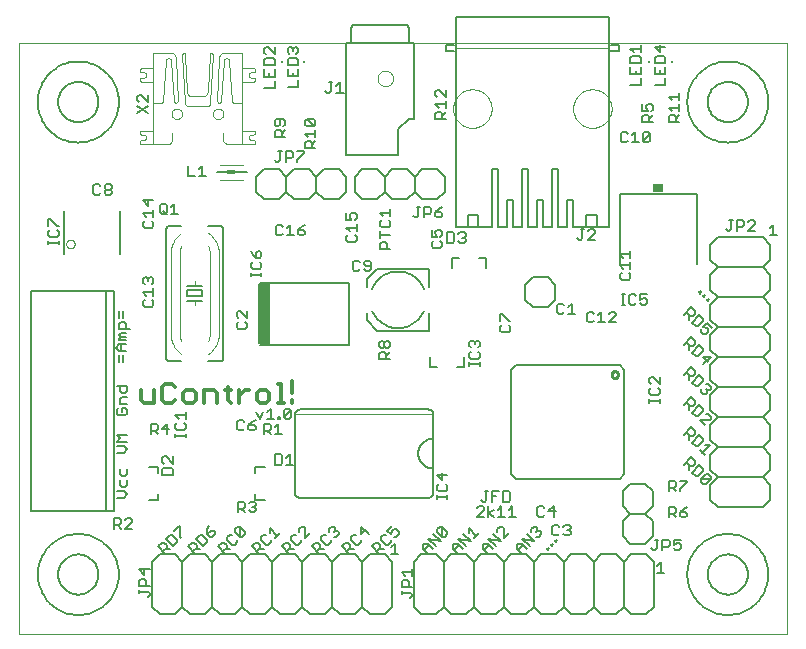
<source format=gto>
G75*
G70*
%OFA0B0*%
%FSLAX24Y24*%
%IPPOS*%
%LPD*%
%AMOC8*
5,1,8,0,0,1.08239X$1,22.5*
%
%ADD10C,0.0000*%
%ADD11C,0.0140*%
%ADD12C,0.0050*%
%ADD13C,0.0060*%
%ADD14C,0.0020*%
%ADD15R,0.0200X0.0050*%
%ADD16C,0.0080*%
%ADD17C,0.0100*%
%ADD18R,0.0384X0.2047*%
%ADD19R,0.0098X0.0098*%
%ADD20R,0.0340X0.0300*%
%ADD21C,0.0040*%
%ADD22R,0.0276X0.0118*%
%ADD23C,0.0028*%
D10*
X000131Y000131D02*
X000131Y019816D01*
X025722Y019816D01*
X025722Y000131D01*
X000131Y000131D01*
X005208Y017454D02*
X005210Y017480D01*
X005216Y017506D01*
X005226Y017531D01*
X005239Y017554D01*
X005255Y017574D01*
X005275Y017592D01*
X005297Y017607D01*
X005320Y017619D01*
X005346Y017627D01*
X005372Y017631D01*
X005398Y017631D01*
X005424Y017627D01*
X005450Y017619D01*
X005474Y017607D01*
X005495Y017592D01*
X005515Y017574D01*
X005531Y017554D01*
X005544Y017531D01*
X005554Y017506D01*
X005560Y017480D01*
X005562Y017454D01*
X005560Y017428D01*
X005554Y017402D01*
X005544Y017377D01*
X005531Y017354D01*
X005515Y017334D01*
X005495Y017316D01*
X005473Y017301D01*
X005450Y017289D01*
X005424Y017281D01*
X005398Y017277D01*
X005372Y017277D01*
X005346Y017281D01*
X005320Y017289D01*
X005296Y017301D01*
X005275Y017316D01*
X005255Y017334D01*
X005239Y017354D01*
X005226Y017377D01*
X005216Y017402D01*
X005210Y017428D01*
X005208Y017454D01*
X006586Y017454D02*
X006588Y017480D01*
X006594Y017506D01*
X006604Y017531D01*
X006617Y017554D01*
X006633Y017574D01*
X006653Y017592D01*
X006675Y017607D01*
X006698Y017619D01*
X006724Y017627D01*
X006750Y017631D01*
X006776Y017631D01*
X006802Y017627D01*
X006828Y017619D01*
X006852Y017607D01*
X006873Y017592D01*
X006893Y017574D01*
X006909Y017554D01*
X006922Y017531D01*
X006932Y017506D01*
X006938Y017480D01*
X006940Y017454D01*
X006938Y017428D01*
X006932Y017402D01*
X006922Y017377D01*
X006909Y017354D01*
X006893Y017334D01*
X006873Y017316D01*
X006851Y017301D01*
X006828Y017289D01*
X006802Y017281D01*
X006776Y017277D01*
X006750Y017277D01*
X006724Y017281D01*
X006698Y017289D01*
X006674Y017301D01*
X006653Y017316D01*
X006633Y017334D01*
X006617Y017354D01*
X006604Y017377D01*
X006594Y017402D01*
X006588Y017428D01*
X006586Y017454D01*
X012076Y018635D02*
X012078Y018667D01*
X012084Y018698D01*
X012094Y018729D01*
X012107Y018758D01*
X012124Y018785D01*
X012144Y018810D01*
X012167Y018832D01*
X012192Y018852D01*
X012220Y018868D01*
X012250Y018880D01*
X012280Y018889D01*
X012312Y018894D01*
X012344Y018895D01*
X012376Y018892D01*
X012407Y018885D01*
X012437Y018874D01*
X012466Y018860D01*
X012493Y018842D01*
X012517Y018822D01*
X012539Y018798D01*
X012557Y018772D01*
X012572Y018744D01*
X012584Y018714D01*
X012592Y018683D01*
X012596Y018651D01*
X012596Y018619D01*
X012592Y018587D01*
X012584Y018556D01*
X012572Y018526D01*
X012557Y018498D01*
X012539Y018472D01*
X012517Y018448D01*
X012493Y018428D01*
X012466Y018410D01*
X012437Y018396D01*
X012407Y018385D01*
X012376Y018378D01*
X012344Y018375D01*
X012312Y018376D01*
X012280Y018381D01*
X012250Y018390D01*
X012220Y018402D01*
X012192Y018418D01*
X012167Y018438D01*
X012144Y018460D01*
X012124Y018485D01*
X012107Y018512D01*
X012094Y018541D01*
X012084Y018572D01*
X012078Y018603D01*
X012076Y018635D01*
X014597Y017631D02*
X014599Y017681D01*
X014605Y017731D01*
X014615Y017780D01*
X014628Y017829D01*
X014646Y017876D01*
X014667Y017922D01*
X014691Y017965D01*
X014719Y018007D01*
X014750Y018047D01*
X014784Y018084D01*
X014821Y018118D01*
X014861Y018149D01*
X014903Y018177D01*
X014946Y018201D01*
X014992Y018222D01*
X015039Y018240D01*
X015088Y018253D01*
X015137Y018263D01*
X015187Y018269D01*
X015237Y018271D01*
X015287Y018269D01*
X015337Y018263D01*
X015386Y018253D01*
X015435Y018240D01*
X015482Y018222D01*
X015528Y018201D01*
X015571Y018177D01*
X015613Y018149D01*
X015653Y018118D01*
X015690Y018084D01*
X015724Y018047D01*
X015755Y018007D01*
X015783Y017965D01*
X015807Y017922D01*
X015828Y017876D01*
X015846Y017829D01*
X015859Y017780D01*
X015869Y017731D01*
X015875Y017681D01*
X015877Y017631D01*
X015875Y017581D01*
X015869Y017531D01*
X015859Y017482D01*
X015846Y017433D01*
X015828Y017386D01*
X015807Y017340D01*
X015783Y017297D01*
X015755Y017255D01*
X015724Y017215D01*
X015690Y017178D01*
X015653Y017144D01*
X015613Y017113D01*
X015571Y017085D01*
X015528Y017061D01*
X015482Y017040D01*
X015435Y017022D01*
X015386Y017009D01*
X015337Y016999D01*
X015287Y016993D01*
X015237Y016991D01*
X015187Y016993D01*
X015137Y016999D01*
X015088Y017009D01*
X015039Y017022D01*
X014992Y017040D01*
X014946Y017061D01*
X014903Y017085D01*
X014861Y017113D01*
X014821Y017144D01*
X014784Y017178D01*
X014750Y017215D01*
X014719Y017255D01*
X014691Y017297D01*
X014667Y017340D01*
X014646Y017386D01*
X014628Y017433D01*
X014615Y017482D01*
X014605Y017531D01*
X014599Y017581D01*
X014597Y017631D01*
X018597Y017631D02*
X018599Y017681D01*
X018605Y017731D01*
X018615Y017780D01*
X018628Y017829D01*
X018646Y017876D01*
X018667Y017922D01*
X018691Y017965D01*
X018719Y018007D01*
X018750Y018047D01*
X018784Y018084D01*
X018821Y018118D01*
X018861Y018149D01*
X018903Y018177D01*
X018946Y018201D01*
X018992Y018222D01*
X019039Y018240D01*
X019088Y018253D01*
X019137Y018263D01*
X019187Y018269D01*
X019237Y018271D01*
X019287Y018269D01*
X019337Y018263D01*
X019386Y018253D01*
X019435Y018240D01*
X019482Y018222D01*
X019528Y018201D01*
X019571Y018177D01*
X019613Y018149D01*
X019653Y018118D01*
X019690Y018084D01*
X019724Y018047D01*
X019755Y018007D01*
X019783Y017965D01*
X019807Y017922D01*
X019828Y017876D01*
X019846Y017829D01*
X019859Y017780D01*
X019869Y017731D01*
X019875Y017681D01*
X019877Y017631D01*
X019875Y017581D01*
X019869Y017531D01*
X019859Y017482D01*
X019846Y017433D01*
X019828Y017386D01*
X019807Y017340D01*
X019783Y017297D01*
X019755Y017255D01*
X019724Y017215D01*
X019690Y017178D01*
X019653Y017144D01*
X019613Y017113D01*
X019571Y017085D01*
X019528Y017061D01*
X019482Y017040D01*
X019435Y017022D01*
X019386Y017009D01*
X019337Y016999D01*
X019287Y016993D01*
X019237Y016991D01*
X019187Y016993D01*
X019137Y016999D01*
X019088Y017009D01*
X019039Y017022D01*
X018992Y017040D01*
X018946Y017061D01*
X018903Y017085D01*
X018861Y017113D01*
X018821Y017144D01*
X018784Y017178D01*
X018750Y017215D01*
X018719Y017255D01*
X018691Y017297D01*
X018667Y017340D01*
X018646Y017386D01*
X018628Y017433D01*
X018615Y017482D01*
X018605Y017531D01*
X018599Y017581D01*
X018597Y017631D01*
D11*
X009216Y008550D02*
X009216Y008136D01*
X009216Y007929D02*
X009216Y007826D01*
X008956Y007826D02*
X008749Y007826D01*
X008853Y007826D02*
X008853Y008447D01*
X008749Y008447D01*
X008463Y008136D02*
X008360Y008240D01*
X008153Y008240D01*
X008050Y008136D01*
X008050Y007929D01*
X008153Y007826D01*
X008360Y007826D01*
X008463Y007929D01*
X008463Y008136D01*
X007777Y008240D02*
X007673Y008240D01*
X007467Y008033D01*
X007467Y007826D02*
X007467Y008240D01*
X007207Y008240D02*
X007000Y008240D01*
X007103Y008343D02*
X007103Y007929D01*
X007207Y007826D01*
X006714Y007826D02*
X006714Y008136D01*
X006611Y008240D01*
X006300Y008240D01*
X006300Y007826D01*
X006014Y007929D02*
X006014Y008136D01*
X005911Y008240D01*
X005704Y008240D01*
X005601Y008136D01*
X005601Y007929D01*
X005704Y007826D01*
X005911Y007826D01*
X006014Y007929D01*
X005314Y007929D02*
X005211Y007826D01*
X005004Y007826D01*
X004901Y007929D01*
X004901Y008343D01*
X005004Y008447D01*
X005211Y008447D01*
X005314Y008343D01*
X004615Y008240D02*
X004615Y007826D01*
X004304Y007826D01*
X004201Y007929D01*
X004201Y008240D01*
D12*
X003731Y008201D02*
X003673Y008143D01*
X003556Y008143D01*
X003498Y008201D01*
X003498Y008376D01*
X003381Y008376D02*
X003731Y008376D01*
X003731Y008201D01*
X003731Y008008D02*
X003556Y008008D01*
X003498Y007949D01*
X003498Y007774D01*
X003731Y007774D01*
X003673Y007640D02*
X003556Y007640D01*
X003556Y007523D01*
X003673Y007640D02*
X003731Y007581D01*
X003731Y007464D01*
X003673Y007406D01*
X003439Y007406D01*
X003381Y007464D01*
X003381Y007581D01*
X003439Y007640D01*
X003381Y006758D02*
X003731Y006758D01*
X003731Y006524D02*
X003381Y006524D01*
X003498Y006641D01*
X003381Y006758D01*
X003381Y006390D02*
X003614Y006390D01*
X003731Y006273D01*
X003614Y006156D01*
X003381Y006156D01*
X003498Y005626D02*
X003498Y005451D01*
X003556Y005393D01*
X003673Y005393D01*
X003731Y005451D01*
X003731Y005626D01*
X003731Y005258D02*
X003731Y005083D01*
X003673Y005024D01*
X003556Y005024D01*
X003498Y005083D01*
X003498Y005258D01*
X003614Y004890D02*
X003381Y004890D01*
X003614Y004890D02*
X003731Y004773D01*
X003614Y004656D01*
X003381Y004656D01*
X003281Y004226D02*
X003025Y004226D01*
X003025Y011548D01*
X003281Y011548D01*
X003281Y004226D01*
X003294Y003981D02*
X003470Y003981D01*
X003528Y003923D01*
X003528Y003806D01*
X003470Y003748D01*
X003294Y003748D01*
X003294Y003631D02*
X003294Y003981D01*
X003025Y004226D02*
X000525Y004226D01*
X000525Y011548D01*
X003025Y011548D01*
X003460Y010875D02*
X003460Y010642D01*
X003577Y010642D02*
X003577Y010875D01*
X003518Y010507D02*
X003635Y010507D01*
X003694Y010449D01*
X003694Y010273D01*
X003810Y010273D02*
X003460Y010273D01*
X003460Y010449D01*
X003518Y010507D01*
X003518Y010139D02*
X003694Y010139D01*
X003694Y010022D02*
X003518Y010022D01*
X003460Y010080D01*
X003518Y010139D01*
X003518Y010022D02*
X003460Y009964D01*
X003460Y009905D01*
X003694Y009905D01*
X003694Y009770D02*
X003460Y009770D01*
X003343Y009654D01*
X003460Y009537D01*
X003694Y009537D01*
X003518Y009537D02*
X003518Y009770D01*
X003460Y009402D02*
X003460Y009169D01*
X003577Y009169D02*
X003577Y009402D01*
X004314Y011031D02*
X004548Y011031D01*
X004606Y011089D01*
X004606Y011206D01*
X004548Y011265D01*
X004606Y011399D02*
X004606Y011633D01*
X004606Y011516D02*
X004256Y011516D01*
X004373Y011399D01*
X004314Y011265D02*
X004256Y011206D01*
X004256Y011089D01*
X004314Y011031D01*
X004314Y011768D02*
X004256Y011826D01*
X004256Y011943D01*
X004314Y012001D01*
X004373Y012001D01*
X004431Y011943D01*
X004489Y012001D01*
X004548Y012001D01*
X004606Y011943D01*
X004606Y011826D01*
X004548Y011768D01*
X004431Y011884D02*
X004431Y011943D01*
X004314Y013656D02*
X004548Y013656D01*
X004606Y013714D01*
X004606Y013831D01*
X004548Y013890D01*
X004606Y014024D02*
X004606Y014258D01*
X004606Y014141D02*
X004256Y014141D01*
X004373Y014024D01*
X004314Y013890D02*
X004256Y013831D01*
X004256Y013714D01*
X004314Y013656D01*
X004821Y014169D02*
X004880Y014110D01*
X004996Y014110D01*
X005055Y014169D01*
X005055Y014402D01*
X004996Y014461D01*
X004880Y014461D01*
X004821Y014402D01*
X004821Y014169D01*
X004938Y014227D02*
X005055Y014110D01*
X005190Y014110D02*
X005423Y014110D01*
X005306Y014110D02*
X005306Y014461D01*
X005190Y014344D01*
X004606Y014568D02*
X004256Y014568D01*
X004431Y014393D01*
X004431Y014626D01*
X003209Y014814D02*
X003150Y014756D01*
X003034Y014756D01*
X002975Y014814D01*
X002975Y014873D01*
X003034Y014931D01*
X003150Y014931D01*
X003209Y014873D01*
X003209Y014814D01*
X003150Y014931D02*
X003209Y014990D01*
X003209Y015048D01*
X003150Y015106D01*
X003034Y015106D01*
X002975Y015048D01*
X002975Y014990D01*
X003034Y014931D01*
X002840Y014814D02*
X002782Y014756D01*
X002665Y014756D01*
X002607Y014814D01*
X002607Y015048D01*
X002665Y015106D01*
X002782Y015106D01*
X002840Y015048D01*
X001391Y013720D02*
X001157Y013953D01*
X001099Y013953D01*
X001099Y013720D01*
X001157Y013585D02*
X001099Y013527D01*
X001099Y013410D01*
X001157Y013352D01*
X001391Y013352D01*
X001449Y013410D01*
X001449Y013527D01*
X001391Y013585D01*
X001391Y013720D02*
X001449Y013720D01*
X001449Y013223D02*
X001449Y013106D01*
X001449Y013164D02*
X001099Y013164D01*
X001099Y013106D02*
X001099Y013223D01*
X005744Y015381D02*
X005978Y015381D01*
X006113Y015381D02*
X006346Y015381D01*
X006229Y015381D02*
X006229Y015731D01*
X006113Y015615D01*
X005744Y015731D02*
X005744Y015381D01*
X006734Y015506D02*
X007718Y015506D01*
X008646Y015909D02*
X008704Y015850D01*
X008762Y015850D01*
X008821Y015909D01*
X008821Y016201D01*
X008879Y016201D02*
X008762Y016201D01*
X009014Y016201D02*
X009014Y015850D01*
X009014Y015967D02*
X009189Y015967D01*
X009248Y016026D01*
X009248Y016142D01*
X009189Y016201D01*
X009014Y016201D01*
X009382Y016201D02*
X009616Y016201D01*
X009616Y016142D01*
X009382Y015909D01*
X009382Y015850D01*
X009656Y016301D02*
X009656Y016476D01*
X009714Y016535D01*
X009831Y016535D01*
X009889Y016476D01*
X009889Y016301D01*
X009889Y016418D02*
X010006Y016535D01*
X010006Y016669D02*
X010006Y016903D01*
X010006Y016786D02*
X009656Y016786D01*
X009773Y016669D01*
X009714Y017038D02*
X009656Y017096D01*
X009656Y017213D01*
X009714Y017271D01*
X009948Y017038D01*
X010006Y017096D01*
X010006Y017213D01*
X009948Y017271D01*
X009714Y017271D01*
X009714Y017038D02*
X009948Y017038D01*
X010006Y016301D02*
X009656Y016301D01*
X008994Y016669D02*
X008643Y016669D01*
X008643Y016845D01*
X008702Y016903D01*
X008818Y016903D01*
X008877Y016845D01*
X008877Y016669D01*
X008877Y016786D02*
X008994Y016903D01*
X008935Y017038D02*
X008994Y017096D01*
X008994Y017213D01*
X008935Y017271D01*
X008702Y017271D01*
X008643Y017213D01*
X008643Y017096D01*
X008702Y017038D01*
X008760Y017038D01*
X008818Y017096D01*
X008818Y017271D01*
X010339Y018223D02*
X010397Y018165D01*
X010456Y018165D01*
X010514Y018223D01*
X010514Y018515D01*
X010456Y018515D02*
X010573Y018515D01*
X010707Y018398D02*
X010824Y018515D01*
X010824Y018165D01*
X010707Y018165D02*
X010941Y018165D01*
X009431Y018344D02*
X009431Y018577D01*
X009431Y018712D02*
X009431Y018945D01*
X009431Y019080D02*
X009081Y019080D01*
X009081Y019255D01*
X009139Y019314D01*
X009373Y019314D01*
X009431Y019255D01*
X009431Y019080D01*
X009256Y018829D02*
X009256Y018712D01*
X009081Y018712D02*
X009431Y018712D01*
X009081Y018712D02*
X009081Y018945D01*
X008644Y018933D02*
X008644Y018699D01*
X008293Y018699D01*
X008293Y018933D01*
X008293Y019068D02*
X008293Y019243D01*
X008352Y019301D01*
X008585Y019301D01*
X008644Y019243D01*
X008644Y019068D01*
X008293Y019068D01*
X008468Y018816D02*
X008468Y018699D01*
X008644Y018565D02*
X008644Y018331D01*
X008293Y018331D01*
X009081Y018344D02*
X009431Y018344D01*
X009373Y019448D02*
X009431Y019507D01*
X009431Y019624D01*
X009373Y019682D01*
X009314Y019682D01*
X009256Y019624D01*
X009256Y019565D01*
X009256Y019624D02*
X009198Y019682D01*
X009139Y019682D01*
X009081Y019624D01*
X009081Y019507D01*
X009139Y019448D01*
X008644Y019436D02*
X008410Y019669D01*
X008352Y019669D01*
X008293Y019611D01*
X008293Y019494D01*
X008352Y019436D01*
X008644Y019436D02*
X008644Y019669D01*
X011037Y019816D02*
X011037Y016076D01*
X012769Y016076D01*
X012769Y016942D01*
X013123Y017296D01*
X013281Y017296D01*
X013281Y019816D01*
X013123Y019816D01*
X013123Y020328D01*
X013044Y020407D01*
X011273Y020407D01*
X011194Y020328D01*
X011194Y019816D01*
X011037Y019816D01*
X011194Y019816D02*
X013123Y019816D01*
X014064Y018251D02*
X014006Y018193D01*
X014006Y018076D01*
X014064Y018018D01*
X014064Y018251D02*
X014123Y018251D01*
X014356Y018018D01*
X014356Y018251D01*
X014356Y017883D02*
X014356Y017649D01*
X014356Y017766D02*
X014006Y017766D01*
X014123Y017649D01*
X014181Y017515D02*
X014239Y017456D01*
X014239Y017281D01*
X014239Y017398D02*
X014356Y017515D01*
X014181Y017515D02*
X014064Y017515D01*
X014006Y017456D01*
X014006Y017281D01*
X014356Y017281D01*
X014234Y014355D02*
X014118Y014296D01*
X014001Y014180D01*
X014176Y014180D01*
X014234Y014121D01*
X014234Y014063D01*
X014176Y014005D01*
X014059Y014005D01*
X014001Y014063D01*
X014001Y014180D01*
X013866Y014180D02*
X013808Y014121D01*
X013632Y014121D01*
X013632Y014005D02*
X013632Y014355D01*
X013808Y014355D01*
X013866Y014296D01*
X013866Y014180D01*
X013498Y014355D02*
X013381Y014355D01*
X013439Y014355D02*
X013439Y014063D01*
X013381Y014005D01*
X013323Y014005D01*
X013264Y014063D01*
X013881Y013583D02*
X013881Y013349D01*
X014056Y013349D01*
X013998Y013466D01*
X013998Y013524D01*
X014056Y013583D01*
X014173Y013583D01*
X014231Y013524D01*
X014231Y013408D01*
X014173Y013349D01*
X014173Y013215D02*
X014231Y013156D01*
X014231Y013039D01*
X014173Y012981D01*
X013939Y012981D01*
X013881Y013039D01*
X013881Y013156D01*
X013939Y013215D01*
X014406Y013156D02*
X014581Y013156D01*
X014640Y013214D01*
X014640Y013448D01*
X014581Y013506D01*
X014406Y013506D01*
X014406Y013156D01*
X014774Y013214D02*
X014833Y013156D01*
X014949Y013156D01*
X015008Y013214D01*
X015008Y013273D01*
X014949Y013331D01*
X014891Y013331D01*
X014949Y013331D02*
X015008Y013390D01*
X015008Y013448D01*
X014949Y013506D01*
X014833Y013506D01*
X014774Y013448D01*
X012506Y013418D02*
X012156Y013418D01*
X012156Y013301D02*
X012156Y013535D01*
X012214Y013669D02*
X012156Y013728D01*
X012156Y013845D01*
X012214Y013903D01*
X012273Y014038D02*
X012156Y014154D01*
X012506Y014154D01*
X012506Y014038D02*
X012506Y014271D01*
X012448Y013903D02*
X012506Y013845D01*
X012506Y013728D01*
X012448Y013669D01*
X012214Y013669D01*
X012214Y013166D02*
X012331Y013166D01*
X012389Y013108D01*
X012389Y012933D01*
X012506Y012933D02*
X012156Y012933D01*
X012156Y013108D01*
X012214Y013166D01*
X011792Y012558D02*
X011675Y012558D01*
X011616Y012500D01*
X011616Y012441D01*
X011675Y012383D01*
X011850Y012383D01*
X011850Y012266D02*
X011850Y012500D01*
X011792Y012558D01*
X011482Y012500D02*
X011423Y012558D01*
X011306Y012558D01*
X011248Y012500D01*
X011248Y012266D01*
X011306Y012208D01*
X011423Y012208D01*
X011482Y012266D01*
X011616Y012266D02*
X011675Y012208D01*
X011792Y012208D01*
X011850Y012266D01*
X011323Y013176D02*
X011089Y013176D01*
X011031Y013234D01*
X011031Y013351D01*
X011089Y013410D01*
X011148Y013544D02*
X011031Y013661D01*
X011381Y013661D01*
X011381Y013544D02*
X011381Y013778D01*
X011323Y013913D02*
X011381Y013971D01*
X011381Y014088D01*
X011323Y014146D01*
X011206Y014146D01*
X011148Y014088D01*
X011148Y014029D01*
X011206Y013913D01*
X011031Y013913D01*
X011031Y014146D01*
X011323Y013410D02*
X011381Y013351D01*
X011381Y013234D01*
X011323Y013176D01*
X009651Y013464D02*
X009651Y013523D01*
X009593Y013581D01*
X009418Y013581D01*
X009418Y013464D01*
X009476Y013406D01*
X009593Y013406D01*
X009651Y013464D01*
X009418Y013581D02*
X009534Y013698D01*
X009651Y013756D01*
X009166Y013756D02*
X009166Y013406D01*
X009049Y013406D02*
X009283Y013406D01*
X009049Y013640D02*
X009166Y013756D01*
X008915Y013698D02*
X008856Y013756D01*
X008739Y013756D01*
X008681Y013698D01*
X008681Y013464D01*
X008739Y013406D01*
X008856Y013406D01*
X008915Y013464D01*
X008207Y012823D02*
X008149Y012881D01*
X008090Y012881D01*
X008032Y012823D01*
X008032Y012648D01*
X008149Y012648D01*
X008207Y012706D01*
X008207Y012823D01*
X008032Y012648D02*
X007915Y012765D01*
X007857Y012881D01*
X007915Y012513D02*
X007857Y012455D01*
X007857Y012338D01*
X007915Y012280D01*
X008149Y012280D01*
X008207Y012338D01*
X008207Y012455D01*
X008149Y012513D01*
X008207Y012151D02*
X008207Y012034D01*
X008207Y012092D02*
X007857Y012092D01*
X007857Y012034D02*
X007857Y012151D01*
X007731Y010883D02*
X007731Y010649D01*
X007498Y010883D01*
X007439Y010883D01*
X007381Y010824D01*
X007381Y010708D01*
X007439Y010649D01*
X007439Y010515D02*
X007381Y010456D01*
X007381Y010339D01*
X007439Y010281D01*
X007673Y010281D01*
X007731Y010339D01*
X007731Y010456D01*
X007673Y010515D01*
X008516Y007631D02*
X008516Y007281D01*
X008399Y007281D02*
X008633Y007281D01*
X008768Y007281D02*
X008826Y007281D01*
X008826Y007339D01*
X008768Y007339D01*
X008768Y007281D01*
X008766Y007131D02*
X008766Y006781D01*
X008649Y006781D02*
X008883Y006781D01*
X008649Y007015D02*
X008766Y007131D01*
X008515Y007073D02*
X008515Y006956D01*
X008456Y006898D01*
X008281Y006898D01*
X008398Y006898D02*
X008515Y006781D01*
X008281Y006781D02*
X008281Y007131D01*
X008456Y007131D01*
X008515Y007073D01*
X008148Y007281D02*
X008265Y007515D01*
X008399Y007515D02*
X008516Y007631D01*
X008031Y007515D02*
X008148Y007281D01*
X008008Y007256D02*
X007891Y007198D01*
X007774Y007081D01*
X007949Y007081D01*
X008008Y007023D01*
X008008Y006964D01*
X007949Y006906D01*
X007833Y006906D01*
X007774Y006964D01*
X007774Y007081D01*
X007640Y006964D02*
X007581Y006906D01*
X007464Y006906D01*
X007406Y006964D01*
X007406Y007198D01*
X007464Y007256D01*
X007581Y007256D01*
X007640Y007198D01*
X008952Y007339D02*
X009010Y007281D01*
X009127Y007281D01*
X009185Y007339D01*
X009185Y007573D01*
X008952Y007339D01*
X008952Y007573D01*
X009010Y007631D01*
X009127Y007631D01*
X009185Y007573D01*
X009154Y006106D02*
X009154Y005756D01*
X009038Y005756D02*
X009271Y005756D01*
X009038Y005990D02*
X009154Y006106D01*
X008903Y006048D02*
X008845Y006106D01*
X008669Y006106D01*
X008669Y005756D01*
X008845Y005756D01*
X008903Y005814D01*
X008903Y006048D01*
X007963Y004531D02*
X008021Y004473D01*
X008021Y004415D01*
X007963Y004356D01*
X008021Y004298D01*
X008021Y004239D01*
X007963Y004181D01*
X007846Y004181D01*
X007788Y004239D01*
X007653Y004181D02*
X007536Y004298D01*
X007595Y004298D02*
X007419Y004298D01*
X007419Y004181D02*
X007419Y004531D01*
X007595Y004531D01*
X007653Y004473D01*
X007653Y004356D01*
X007595Y004298D01*
X007788Y004473D02*
X007846Y004531D01*
X007963Y004531D01*
X007963Y004356D02*
X007904Y004356D01*
X007486Y003684D02*
X007486Y003353D01*
X007568Y003353D01*
X007651Y003436D01*
X007651Y003519D01*
X007486Y003684D01*
X007403Y003684D01*
X007320Y003601D01*
X007320Y003519D01*
X007486Y003353D01*
X007390Y003258D02*
X007390Y003176D01*
X007308Y003093D01*
X007225Y003093D01*
X007060Y003258D01*
X007060Y003341D01*
X007143Y003423D01*
X007225Y003423D01*
X006965Y003163D02*
X007047Y003080D01*
X007047Y002998D01*
X006923Y002874D01*
X007006Y002956D02*
X007171Y002956D01*
X007006Y002791D02*
X006758Y003039D01*
X006882Y003163D01*
X006965Y003163D01*
X006651Y003436D02*
X006651Y003519D01*
X006609Y003560D01*
X006527Y003560D01*
X006403Y003436D01*
X006486Y003353D01*
X006568Y003353D01*
X006651Y003436D01*
X006403Y003436D02*
X006403Y003601D01*
X006444Y003725D01*
X006225Y003423D02*
X006143Y003423D01*
X006019Y003299D01*
X006266Y003052D01*
X006390Y003176D01*
X006390Y003258D01*
X006225Y003423D01*
X005965Y003163D02*
X006047Y003080D01*
X006047Y002998D01*
X005923Y002874D01*
X006006Y002956D02*
X006171Y002956D01*
X006006Y002791D02*
X005758Y003039D01*
X005882Y003163D01*
X005965Y003163D01*
X005527Y003312D02*
X005486Y003353D01*
X005486Y003684D01*
X005444Y003725D01*
X005279Y003560D01*
X005225Y003423D02*
X005143Y003423D01*
X005019Y003299D01*
X005266Y003052D01*
X005390Y003176D01*
X005390Y003258D01*
X005225Y003423D01*
X004965Y003163D02*
X005047Y003080D01*
X005047Y002998D01*
X004923Y002874D01*
X005006Y002956D02*
X005171Y002956D01*
X005006Y002791D02*
X004758Y003039D01*
X004882Y003163D01*
X004965Y003163D01*
X004306Y002325D02*
X004306Y002092D01*
X004131Y002267D01*
X004481Y002267D01*
X004306Y001957D02*
X004365Y001899D01*
X004365Y001724D01*
X004481Y001724D02*
X004131Y001724D01*
X004131Y001899D01*
X004190Y001957D01*
X004306Y001957D01*
X004131Y001589D02*
X004131Y001472D01*
X004131Y001530D02*
X004423Y001530D01*
X004481Y001472D01*
X004481Y001414D01*
X004423Y001355D01*
X003896Y003631D02*
X003663Y003631D01*
X003896Y003865D01*
X003896Y003923D01*
X003838Y003981D01*
X003721Y003981D01*
X003663Y003923D01*
X003411Y003748D02*
X003528Y003631D01*
X004893Y005431D02*
X004893Y005606D01*
X004952Y005665D01*
X005185Y005665D01*
X005244Y005606D01*
X005244Y005431D01*
X004893Y005431D01*
X004952Y005799D02*
X004893Y005858D01*
X004893Y005974D01*
X004952Y006033D01*
X005010Y006033D01*
X005244Y005799D01*
X005244Y006033D01*
X005331Y006674D02*
X005331Y006791D01*
X005331Y006732D02*
X005681Y006732D01*
X005681Y006674D02*
X005681Y006791D01*
X005623Y006919D02*
X005389Y006919D01*
X005331Y006978D01*
X005331Y007094D01*
X005389Y007153D01*
X005448Y007288D02*
X005331Y007404D01*
X005681Y007404D01*
X005681Y007288D02*
X005681Y007521D01*
X005623Y007153D02*
X005681Y007094D01*
X005681Y006978D01*
X005623Y006919D01*
X005133Y006956D02*
X004899Y006956D01*
X005074Y007131D01*
X005074Y006781D01*
X004765Y006781D02*
X004648Y006898D01*
X004706Y006898D02*
X004531Y006898D01*
X004531Y006781D02*
X004531Y007131D01*
X004706Y007131D01*
X004765Y007073D01*
X004765Y006956D01*
X004706Y006898D01*
X008487Y003642D02*
X008734Y003395D01*
X008652Y003312D02*
X008817Y003477D01*
X009007Y003163D02*
X009090Y003163D01*
X009172Y003080D01*
X009172Y002998D01*
X009048Y002874D01*
X009131Y002956D02*
X009296Y002956D01*
X009350Y003093D02*
X009185Y003258D01*
X009185Y003341D01*
X009268Y003423D01*
X009350Y003423D01*
X009445Y003519D02*
X009445Y003601D01*
X009528Y003684D01*
X009611Y003684D01*
X009652Y003642D01*
X009652Y003312D01*
X009817Y003477D01*
X010007Y003163D02*
X010090Y003163D01*
X010172Y003080D01*
X010172Y002998D01*
X010048Y002874D01*
X010131Y002956D02*
X010296Y002956D01*
X010350Y003093D02*
X010433Y003093D01*
X010515Y003176D01*
X010515Y003258D01*
X010611Y003353D02*
X010693Y003353D01*
X010776Y003436D01*
X010776Y003519D01*
X010734Y003560D01*
X010652Y003560D01*
X010611Y003519D01*
X010652Y003560D02*
X010652Y003642D01*
X010611Y003684D01*
X010528Y003684D01*
X010445Y003601D01*
X010445Y003519D01*
X010350Y003423D02*
X010268Y003423D01*
X010185Y003341D01*
X010185Y003258D01*
X010350Y003093D01*
X010007Y003163D02*
X009883Y003039D01*
X010131Y002791D01*
X009515Y003176D02*
X009433Y003093D01*
X009350Y003093D01*
X009515Y003176D02*
X009515Y003258D01*
X009007Y003163D02*
X008883Y003039D01*
X009131Y002791D01*
X008515Y003176D02*
X008433Y003093D01*
X008350Y003093D01*
X008185Y003258D01*
X008185Y003341D01*
X008268Y003423D01*
X008350Y003423D01*
X008487Y003477D02*
X008487Y003642D01*
X008515Y003258D02*
X008515Y003176D01*
X008296Y002956D02*
X008131Y002956D01*
X008172Y002998D02*
X008048Y002874D01*
X008131Y002791D02*
X007883Y003039D01*
X008007Y003163D01*
X008090Y003163D01*
X008172Y003080D01*
X008172Y002998D01*
X010883Y003039D02*
X011131Y002791D01*
X011048Y002874D02*
X011172Y002998D01*
X011172Y003080D01*
X011090Y003163D01*
X011007Y003163D01*
X010883Y003039D01*
X011131Y002956D02*
X011296Y002956D01*
X011350Y003093D02*
X011433Y003093D01*
X011515Y003176D01*
X011515Y003258D01*
X011528Y003436D02*
X011693Y003601D01*
X011776Y003436D02*
X011528Y003684D01*
X011528Y003436D01*
X011350Y003423D02*
X011268Y003423D01*
X011185Y003341D01*
X011185Y003258D01*
X011350Y003093D01*
X011883Y003039D02*
X012007Y003163D01*
X012090Y003163D01*
X012172Y003080D01*
X012172Y002998D01*
X012048Y002874D01*
X012131Y002956D02*
X012296Y002956D01*
X012350Y003093D02*
X012433Y003093D01*
X012515Y003176D01*
X012515Y003258D01*
X012611Y003353D02*
X012693Y003353D01*
X012776Y003436D01*
X012776Y003519D01*
X012693Y003601D01*
X012611Y003601D01*
X012569Y003560D01*
X012528Y003436D01*
X012404Y003560D01*
X012569Y003725D01*
X012350Y003423D02*
X012268Y003423D01*
X012185Y003341D01*
X012185Y003258D01*
X012350Y003093D01*
X012531Y003015D02*
X012648Y003131D01*
X012648Y002781D01*
X012531Y002781D02*
X012765Y002781D01*
X013231Y002292D02*
X013231Y002058D01*
X013231Y002175D02*
X012881Y002175D01*
X012998Y002058D01*
X013056Y001924D02*
X013115Y001865D01*
X013115Y001690D01*
X013231Y001690D02*
X012881Y001690D01*
X012881Y001865D01*
X012940Y001924D01*
X013056Y001924D01*
X012881Y001555D02*
X012881Y001439D01*
X012881Y001497D02*
X013173Y001497D01*
X013231Y001439D01*
X013231Y001380D01*
X013173Y001322D01*
X013756Y002791D02*
X013591Y002956D01*
X013591Y003122D01*
X013756Y003122D01*
X013921Y002956D01*
X014016Y003052D02*
X013769Y003299D01*
X014181Y003217D01*
X013934Y003465D01*
X014070Y003519D02*
X014070Y003601D01*
X014153Y003684D01*
X014236Y003684D01*
X014236Y003353D01*
X014318Y003353D01*
X014401Y003436D01*
X014401Y003519D01*
X014236Y003684D01*
X014070Y003519D02*
X014236Y003353D01*
X014591Y003122D02*
X014756Y003122D01*
X014921Y002956D01*
X015016Y003052D02*
X014769Y003299D01*
X015181Y003217D01*
X014934Y003465D01*
X015112Y003477D02*
X015112Y003642D01*
X015359Y003395D01*
X015277Y003312D02*
X015442Y003477D01*
X015769Y003299D02*
X016181Y003217D01*
X015934Y003465D01*
X016070Y003519D02*
X016070Y003601D01*
X016153Y003684D01*
X016236Y003684D01*
X016277Y003642D01*
X016277Y003312D01*
X016442Y003477D01*
X016716Y003122D02*
X016881Y003122D01*
X017046Y002956D01*
X017141Y003052D02*
X016894Y003299D01*
X017306Y003217D01*
X017059Y003465D01*
X017195Y003519D02*
X017195Y003601D01*
X017278Y003684D01*
X017361Y003684D01*
X017402Y003642D01*
X017402Y003560D01*
X017484Y003560D01*
X017526Y003519D01*
X017526Y003436D01*
X017443Y003353D01*
X017361Y003353D01*
X017361Y003519D02*
X017402Y003560D01*
X017464Y004031D02*
X017581Y004031D01*
X017640Y004089D01*
X017774Y004206D02*
X018008Y004206D01*
X017949Y004031D02*
X017949Y004381D01*
X017774Y004206D01*
X017640Y004323D02*
X017581Y004381D01*
X017464Y004381D01*
X017406Y004323D01*
X017406Y004089D01*
X017464Y004031D01*
X017906Y003698D02*
X017906Y003464D01*
X017964Y003406D01*
X018081Y003406D01*
X018140Y003464D01*
X018274Y003464D02*
X018333Y003406D01*
X018449Y003406D01*
X018508Y003464D01*
X018508Y003523D01*
X018449Y003581D01*
X018391Y003581D01*
X018449Y003581D02*
X018508Y003640D01*
X018508Y003698D01*
X018449Y003756D01*
X018333Y003756D01*
X018274Y003698D01*
X018140Y003698D02*
X018081Y003756D01*
X017964Y003756D01*
X017906Y003698D01*
X018016Y003259D02*
X018058Y003218D01*
X018016Y003177D01*
X017975Y003218D01*
X018016Y003259D01*
X017886Y003129D02*
X017927Y003088D01*
X017886Y003047D01*
X017845Y003088D01*
X017886Y003129D01*
X017756Y002999D02*
X017797Y002958D01*
X017756Y002916D01*
X017715Y002958D01*
X017756Y002999D01*
X016922Y003080D02*
X016757Y002915D01*
X016716Y002956D02*
X016716Y003122D01*
X016716Y002956D02*
X016881Y002791D01*
X016016Y003052D02*
X015769Y003299D01*
X015756Y003122D02*
X015921Y002956D01*
X015797Y003080D02*
X015632Y002915D01*
X015591Y002956D02*
X015756Y002791D01*
X015591Y002956D02*
X015591Y003122D01*
X015756Y003122D01*
X014797Y003080D02*
X014632Y002915D01*
X014591Y002956D02*
X014756Y002791D01*
X014591Y002956D02*
X014591Y003122D01*
X013797Y003080D02*
X013632Y002915D01*
X012131Y002791D02*
X011883Y003039D01*
X014056Y004624D02*
X014056Y004741D01*
X014056Y004682D02*
X014406Y004682D01*
X014406Y004624D02*
X014406Y004741D01*
X014348Y004869D02*
X014114Y004869D01*
X014056Y004928D01*
X014056Y005044D01*
X014114Y005103D01*
X014231Y005238D02*
X014231Y005471D01*
X014406Y005413D02*
X014056Y005413D01*
X014231Y005238D01*
X014348Y005103D02*
X014406Y005044D01*
X014406Y004928D01*
X014348Y004869D01*
X015406Y004323D02*
X015464Y004381D01*
X015581Y004381D01*
X015640Y004323D01*
X015640Y004265D01*
X015406Y004031D01*
X015640Y004031D01*
X015774Y004031D02*
X015774Y004381D01*
X015899Y004531D02*
X015899Y004881D01*
X016133Y004881D01*
X016268Y004881D02*
X016443Y004881D01*
X016501Y004823D01*
X016501Y004589D01*
X016443Y004531D01*
X016268Y004531D01*
X016268Y004881D01*
X016016Y004706D02*
X015899Y004706D01*
X015765Y004881D02*
X015648Y004881D01*
X015706Y004881D02*
X015706Y004589D01*
X015648Y004531D01*
X015589Y004531D01*
X015531Y004589D01*
X015774Y004148D02*
X015949Y004265D01*
X016081Y004265D02*
X016198Y004381D01*
X016198Y004031D01*
X016081Y004031D02*
X016315Y004031D01*
X016450Y004031D02*
X016683Y004031D01*
X016566Y004031D02*
X016566Y004381D01*
X016450Y004265D01*
X015949Y004031D02*
X015774Y004148D01*
X021206Y002969D02*
X021264Y002911D01*
X021323Y002911D01*
X021381Y002969D01*
X021381Y003261D01*
X021323Y003261D02*
X021440Y003261D01*
X021574Y003261D02*
X021750Y003261D01*
X021808Y003203D01*
X021808Y003086D01*
X021750Y003028D01*
X021574Y003028D01*
X021574Y002911D02*
X021574Y003261D01*
X021943Y003261D02*
X021943Y003086D01*
X022059Y003145D01*
X022118Y003145D01*
X022176Y003086D01*
X022176Y002969D01*
X022118Y002911D01*
X022001Y002911D01*
X021943Y002969D01*
X021943Y003261D02*
X022176Y003261D01*
X021523Y002506D02*
X021523Y002156D01*
X021406Y002156D02*
X021640Y002156D01*
X021406Y002390D02*
X021523Y002506D01*
X021794Y004006D02*
X021794Y004356D01*
X021970Y004356D01*
X022028Y004298D01*
X022028Y004181D01*
X021970Y004123D01*
X021794Y004123D01*
X021911Y004123D02*
X022028Y004006D01*
X022163Y004064D02*
X022221Y004006D01*
X022338Y004006D01*
X022396Y004064D01*
X022396Y004123D01*
X022338Y004181D01*
X022163Y004181D01*
X022163Y004064D01*
X022163Y004181D02*
X022279Y004298D01*
X022396Y004356D01*
X022163Y004881D02*
X022163Y004939D01*
X022396Y005173D01*
X022396Y005231D01*
X022163Y005231D01*
X022028Y005173D02*
X022028Y005056D01*
X021970Y004998D01*
X021794Y004998D01*
X021794Y004881D02*
X021794Y005231D01*
X021970Y005231D01*
X022028Y005173D01*
X021911Y004998D02*
X022028Y004881D01*
X022552Y005496D02*
X022676Y005372D01*
X022758Y005372D01*
X022923Y005537D01*
X022923Y005619D01*
X022799Y005743D01*
X022552Y005496D01*
X022456Y005591D02*
X022456Y005756D01*
X022498Y005715D02*
X022374Y005839D01*
X022291Y005756D02*
X022539Y006004D01*
X022663Y005880D01*
X022663Y005797D01*
X022580Y005715D01*
X022498Y005715D01*
X022853Y005276D02*
X023184Y005276D01*
X023019Y005111D01*
X022936Y005111D01*
X022853Y005194D01*
X022853Y005276D01*
X023019Y005442D01*
X023101Y005442D01*
X023184Y005359D01*
X023184Y005276D01*
X022977Y006070D02*
X022812Y006235D01*
X022895Y006153D02*
X023142Y006400D01*
X022977Y006400D01*
X022923Y006537D02*
X022923Y006619D01*
X022799Y006743D01*
X022552Y006496D01*
X022676Y006372D01*
X022758Y006372D01*
X022923Y006537D01*
X022663Y006797D02*
X022580Y006715D01*
X022498Y006715D01*
X022374Y006839D01*
X022456Y006756D02*
X022456Y006591D01*
X022291Y006756D02*
X022539Y007004D01*
X022663Y006880D01*
X022663Y006797D01*
X022977Y007070D02*
X022812Y007235D01*
X023142Y007235D01*
X023184Y007276D01*
X023184Y007359D01*
X023101Y007442D01*
X023019Y007442D01*
X022923Y007537D02*
X022923Y007619D01*
X022799Y007743D01*
X022552Y007496D01*
X022676Y007372D01*
X022758Y007372D01*
X022923Y007537D01*
X022663Y007797D02*
X022580Y007715D01*
X022498Y007715D01*
X022374Y007839D01*
X022456Y007756D02*
X022456Y007591D01*
X022291Y007756D02*
X022539Y008004D01*
X022663Y007880D01*
X022663Y007797D01*
X022936Y008111D02*
X022853Y008194D01*
X022853Y008276D01*
X022758Y008372D02*
X022923Y008537D01*
X022923Y008619D01*
X022799Y008743D01*
X022552Y008496D01*
X022676Y008372D01*
X022758Y008372D01*
X023019Y008442D02*
X023101Y008442D01*
X023184Y008359D01*
X023184Y008276D01*
X023142Y008235D01*
X023060Y008235D01*
X023060Y008153D01*
X023019Y008111D01*
X022936Y008111D01*
X023060Y008235D02*
X023019Y008276D01*
X022580Y008715D02*
X022498Y008715D01*
X022374Y008839D01*
X022456Y008756D02*
X022456Y008591D01*
X022580Y008715D02*
X022663Y008797D01*
X022663Y008880D01*
X022539Y009004D01*
X022291Y008756D01*
X022676Y009372D02*
X022758Y009372D01*
X022923Y009537D01*
X022923Y009619D01*
X022799Y009743D01*
X022552Y009496D01*
X022676Y009372D01*
X022936Y009359D02*
X023101Y009194D01*
X023184Y009359D02*
X022936Y009359D01*
X022936Y009111D02*
X023184Y009359D01*
X022663Y009797D02*
X022580Y009715D01*
X022498Y009715D01*
X022374Y009839D01*
X022456Y009756D02*
X022456Y009591D01*
X022291Y009756D02*
X022539Y010004D01*
X022663Y009880D01*
X022663Y009797D01*
X022936Y010111D02*
X022853Y010194D01*
X022853Y010276D01*
X022936Y010359D02*
X023060Y010318D01*
X023101Y010276D01*
X023101Y010194D01*
X023019Y010111D01*
X022936Y010111D01*
X022936Y010359D02*
X023060Y010483D01*
X023225Y010318D01*
X022923Y010537D02*
X022923Y010619D01*
X022799Y010743D01*
X022552Y010496D01*
X022676Y010372D01*
X022758Y010372D01*
X022923Y010537D01*
X022663Y010797D02*
X022580Y010715D01*
X022498Y010715D01*
X022374Y010839D01*
X022456Y010756D02*
X022456Y010591D01*
X022291Y010756D02*
X022539Y011004D01*
X022663Y010880D01*
X022663Y010797D01*
X023093Y011204D02*
X023052Y011246D01*
X023093Y011287D01*
X023134Y011246D01*
X023093Y011204D01*
X022963Y011335D02*
X022922Y011376D01*
X022963Y011417D01*
X023004Y011376D01*
X022963Y011335D01*
X022833Y011465D02*
X022791Y011506D01*
X022833Y011547D01*
X022874Y011506D01*
X022833Y011465D01*
X021063Y011438D02*
X020830Y011438D01*
X020830Y011263D01*
X020947Y011322D01*
X021005Y011322D01*
X021063Y011263D01*
X021063Y011146D01*
X021005Y011088D01*
X020888Y011088D01*
X020830Y011146D01*
X020695Y011146D02*
X020637Y011088D01*
X020520Y011088D01*
X020462Y011146D01*
X020462Y011380D01*
X020520Y011438D01*
X020637Y011438D01*
X020695Y011380D01*
X020333Y011438D02*
X020216Y011438D01*
X020274Y011438D02*
X020274Y011088D01*
X020216Y011088D02*
X020333Y011088D01*
X020021Y010798D02*
X019963Y010856D01*
X019846Y010856D01*
X019788Y010798D01*
X020021Y010798D02*
X020021Y010740D01*
X019788Y010506D01*
X020021Y010506D01*
X019653Y010506D02*
X019419Y010506D01*
X019536Y010506D02*
X019536Y010856D01*
X019419Y010740D01*
X019285Y010798D02*
X019226Y010856D01*
X019109Y010856D01*
X019051Y010798D01*
X019051Y010564D01*
X019109Y010506D01*
X019226Y010506D01*
X019285Y010564D01*
X018658Y010781D02*
X018424Y010781D01*
X018541Y010781D02*
X018541Y011131D01*
X018424Y011015D01*
X018290Y011073D02*
X018231Y011131D01*
X018114Y011131D01*
X018056Y011073D01*
X018056Y010839D01*
X018114Y010781D01*
X018231Y010781D01*
X018290Y010839D01*
X016506Y010538D02*
X016448Y010538D01*
X016214Y010771D01*
X016156Y010771D01*
X016156Y010538D01*
X016214Y010403D02*
X016156Y010345D01*
X016156Y010228D01*
X016214Y010169D01*
X016448Y010169D01*
X016506Y010228D01*
X016506Y010345D01*
X016448Y010403D01*
X015487Y009841D02*
X015487Y009724D01*
X015429Y009666D01*
X015429Y009531D02*
X015487Y009472D01*
X015487Y009356D01*
X015429Y009297D01*
X015195Y009297D01*
X015137Y009356D01*
X015137Y009472D01*
X015195Y009531D01*
X015195Y009666D02*
X015137Y009724D01*
X015137Y009841D01*
X015195Y009899D01*
X015254Y009899D01*
X015312Y009841D01*
X015371Y009899D01*
X015429Y009899D01*
X015487Y009841D01*
X015312Y009841D02*
X015312Y009782D01*
X015137Y009169D02*
X015137Y009052D01*
X015137Y009110D02*
X015487Y009110D01*
X015487Y009052D02*
X015487Y009169D01*
X012481Y009281D02*
X012131Y009281D01*
X012131Y009456D01*
X012189Y009515D01*
X012306Y009515D01*
X012364Y009456D01*
X012364Y009281D01*
X012364Y009398D02*
X012481Y009515D01*
X012423Y009649D02*
X012364Y009649D01*
X012306Y009708D01*
X012306Y009824D01*
X012364Y009883D01*
X012423Y009883D01*
X012481Y009824D01*
X012481Y009708D01*
X012423Y009649D01*
X012306Y009708D02*
X012248Y009649D01*
X012189Y009649D01*
X012131Y009708D01*
X012131Y009824D01*
X012189Y009883D01*
X012248Y009883D01*
X012306Y009824D01*
X018731Y013321D02*
X018789Y013262D01*
X018848Y013262D01*
X018906Y013321D01*
X018906Y013613D01*
X018848Y013613D02*
X018965Y013613D01*
X019099Y013554D02*
X019158Y013613D01*
X019274Y013613D01*
X019333Y013554D01*
X019333Y013496D01*
X019099Y013262D01*
X019333Y013262D01*
X020156Y012779D02*
X020506Y012779D01*
X020506Y012663D02*
X020506Y012896D01*
X020273Y012663D02*
X020156Y012779D01*
X020156Y012411D02*
X020506Y012411D01*
X020506Y012294D02*
X020506Y012528D01*
X020273Y012294D02*
X020156Y012411D01*
X020214Y012160D02*
X020156Y012101D01*
X020156Y011984D01*
X020214Y011926D01*
X020448Y011926D01*
X020506Y011984D01*
X020506Y012101D01*
X020448Y012160D01*
X023689Y013621D02*
X023748Y013563D01*
X023806Y013563D01*
X023865Y013621D01*
X023865Y013913D01*
X023923Y013913D02*
X023806Y013913D01*
X024058Y013913D02*
X024058Y013563D01*
X024058Y013679D02*
X024233Y013679D01*
X024291Y013738D01*
X024291Y013854D01*
X024233Y013913D01*
X024058Y013913D01*
X024426Y013854D02*
X024484Y013913D01*
X024601Y013913D01*
X024660Y013854D01*
X024660Y013796D01*
X024426Y013563D01*
X024660Y013563D01*
X025156Y013640D02*
X025273Y013756D01*
X025273Y013406D01*
X025156Y013406D02*
X025390Y013406D01*
X021146Y016564D02*
X021088Y016506D01*
X020971Y016506D01*
X020913Y016564D01*
X021146Y016798D01*
X021146Y016564D01*
X020913Y016564D02*
X020913Y016798D01*
X020971Y016856D01*
X021088Y016856D01*
X021146Y016798D01*
X020778Y016506D02*
X020544Y016506D01*
X020661Y016506D02*
X020661Y016856D01*
X020544Y016740D01*
X020410Y016798D02*
X020351Y016856D01*
X020234Y016856D01*
X020176Y016798D01*
X020176Y016564D01*
X020234Y016506D01*
X020351Y016506D01*
X020410Y016564D01*
X020906Y017169D02*
X020906Y017345D01*
X020964Y017403D01*
X021081Y017403D01*
X021139Y017345D01*
X021139Y017169D01*
X021256Y017169D02*
X020906Y017169D01*
X021139Y017286D02*
X021256Y017403D01*
X021198Y017538D02*
X021256Y017596D01*
X021256Y017713D01*
X021198Y017771D01*
X021081Y017771D01*
X021023Y017713D01*
X021023Y017654D01*
X021081Y017538D01*
X020906Y017538D01*
X020906Y017771D01*
X020856Y018406D02*
X020506Y018406D01*
X020856Y018406D02*
X020856Y018640D01*
X020856Y018774D02*
X020506Y018774D01*
X020506Y019008D01*
X020506Y019143D02*
X020506Y019318D01*
X020564Y019376D01*
X020798Y019376D01*
X020856Y019318D01*
X020856Y019143D01*
X020506Y019143D01*
X020681Y018891D02*
X020681Y018774D01*
X020856Y018774D02*
X020856Y019008D01*
X021318Y019020D02*
X021318Y018787D01*
X021669Y018787D01*
X021669Y019020D01*
X021669Y019155D02*
X021669Y019330D01*
X021610Y019389D01*
X021377Y019389D01*
X021318Y019330D01*
X021318Y019155D01*
X021669Y019155D01*
X021493Y018904D02*
X021493Y018787D01*
X021669Y018652D02*
X021669Y018419D01*
X021318Y018419D01*
X021781Y018029D02*
X022131Y018029D01*
X022131Y017913D02*
X022131Y018146D01*
X021898Y017913D02*
X021781Y018029D01*
X022131Y017778D02*
X022131Y017544D01*
X022131Y017661D02*
X021781Y017661D01*
X021898Y017544D01*
X021956Y017410D02*
X022014Y017351D01*
X022014Y017176D01*
X022014Y017293D02*
X022131Y017410D01*
X021956Y017410D02*
X021839Y017410D01*
X021781Y017351D01*
X021781Y017176D01*
X022131Y017176D01*
X021493Y019523D02*
X021493Y019757D01*
X021318Y019699D02*
X021669Y019699D01*
X021493Y019523D02*
X021318Y019699D01*
X020856Y019744D02*
X020856Y019511D01*
X020856Y019628D02*
X020506Y019628D01*
X020623Y019511D01*
X021196Y008678D02*
X021137Y008620D01*
X021137Y008503D01*
X021196Y008445D01*
X021196Y008310D02*
X021137Y008252D01*
X021137Y008135D01*
X021196Y008076D01*
X021429Y008076D01*
X021488Y008135D01*
X021488Y008252D01*
X021429Y008310D01*
X021488Y008445D02*
X021254Y008678D01*
X021196Y008678D01*
X021488Y008678D02*
X021488Y008445D01*
X021488Y007948D02*
X021488Y007831D01*
X021488Y007889D02*
X021137Y007889D01*
X021137Y007831D02*
X021137Y007948D01*
X004408Y017474D02*
X004058Y017707D01*
X004116Y017842D02*
X004058Y017901D01*
X004058Y018017D01*
X004116Y018076D01*
X004175Y018076D01*
X004408Y017842D01*
X004408Y018076D01*
X004408Y017707D02*
X004058Y017474D01*
D13*
X001431Y017848D02*
X001433Y017899D01*
X001439Y017950D01*
X001449Y018000D01*
X001462Y018050D01*
X001480Y018098D01*
X001500Y018145D01*
X001525Y018190D01*
X001553Y018233D01*
X001584Y018274D01*
X001618Y018312D01*
X001655Y018347D01*
X001694Y018380D01*
X001736Y018410D01*
X001780Y018436D01*
X001826Y018458D01*
X001874Y018478D01*
X001923Y018493D01*
X001973Y018505D01*
X002023Y018513D01*
X002074Y018517D01*
X002126Y018517D01*
X002177Y018513D01*
X002227Y018505D01*
X002277Y018493D01*
X002326Y018478D01*
X002374Y018458D01*
X002420Y018436D01*
X002464Y018410D01*
X002506Y018380D01*
X002545Y018347D01*
X002582Y018312D01*
X002616Y018274D01*
X002647Y018233D01*
X002675Y018190D01*
X002700Y018145D01*
X002720Y018098D01*
X002738Y018050D01*
X002751Y018000D01*
X002761Y017950D01*
X002767Y017899D01*
X002769Y017848D01*
X002767Y017797D01*
X002761Y017746D01*
X002751Y017696D01*
X002738Y017646D01*
X002720Y017598D01*
X002700Y017551D01*
X002675Y017506D01*
X002647Y017463D01*
X002616Y017422D01*
X002582Y017384D01*
X002545Y017349D01*
X002506Y017316D01*
X002464Y017286D01*
X002420Y017260D01*
X002374Y017238D01*
X002326Y017218D01*
X002277Y017203D01*
X002227Y017191D01*
X002177Y017183D01*
X002126Y017179D01*
X002074Y017179D01*
X002023Y017183D01*
X001973Y017191D01*
X001923Y017203D01*
X001874Y017218D01*
X001826Y017238D01*
X001780Y017260D01*
X001736Y017286D01*
X001694Y017316D01*
X001655Y017349D01*
X001618Y017384D01*
X001584Y017422D01*
X001553Y017463D01*
X001525Y017506D01*
X001500Y017551D01*
X001480Y017598D01*
X001462Y017646D01*
X001449Y017696D01*
X001439Y017746D01*
X001433Y017797D01*
X001431Y017848D01*
X000750Y017848D02*
X000752Y017921D01*
X000758Y017994D01*
X000768Y018066D01*
X000782Y018138D01*
X000799Y018209D01*
X000821Y018279D01*
X000846Y018348D01*
X000875Y018415D01*
X000907Y018480D01*
X000943Y018544D01*
X000983Y018606D01*
X001025Y018665D01*
X001071Y018722D01*
X001120Y018776D01*
X001172Y018828D01*
X001226Y018877D01*
X001283Y018923D01*
X001342Y018965D01*
X001404Y019005D01*
X001468Y019041D01*
X001533Y019073D01*
X001600Y019102D01*
X001669Y019127D01*
X001739Y019149D01*
X001810Y019166D01*
X001882Y019180D01*
X001954Y019190D01*
X002027Y019196D01*
X002100Y019198D01*
X002173Y019196D01*
X002246Y019190D01*
X002318Y019180D01*
X002390Y019166D01*
X002461Y019149D01*
X002531Y019127D01*
X002600Y019102D01*
X002667Y019073D01*
X002732Y019041D01*
X002796Y019005D01*
X002858Y018965D01*
X002917Y018923D01*
X002974Y018877D01*
X003028Y018828D01*
X003080Y018776D01*
X003129Y018722D01*
X003175Y018665D01*
X003217Y018606D01*
X003257Y018544D01*
X003293Y018480D01*
X003325Y018415D01*
X003354Y018348D01*
X003379Y018279D01*
X003401Y018209D01*
X003418Y018138D01*
X003432Y018066D01*
X003442Y017994D01*
X003448Y017921D01*
X003450Y017848D01*
X003448Y017775D01*
X003442Y017702D01*
X003432Y017630D01*
X003418Y017558D01*
X003401Y017487D01*
X003379Y017417D01*
X003354Y017348D01*
X003325Y017281D01*
X003293Y017216D01*
X003257Y017152D01*
X003217Y017090D01*
X003175Y017031D01*
X003129Y016974D01*
X003080Y016920D01*
X003028Y016868D01*
X002974Y016819D01*
X002917Y016773D01*
X002858Y016731D01*
X002796Y016691D01*
X002732Y016655D01*
X002667Y016623D01*
X002600Y016594D01*
X002531Y016569D01*
X002461Y016547D01*
X002390Y016530D01*
X002318Y016516D01*
X002246Y016506D01*
X002173Y016500D01*
X002100Y016498D01*
X002027Y016500D01*
X001954Y016506D01*
X001882Y016516D01*
X001810Y016530D01*
X001739Y016547D01*
X001669Y016569D01*
X001600Y016594D01*
X001533Y016623D01*
X001468Y016655D01*
X001404Y016691D01*
X001342Y016731D01*
X001283Y016773D01*
X001226Y016819D01*
X001172Y016868D01*
X001120Y016920D01*
X001071Y016974D01*
X001025Y017031D01*
X000983Y017090D01*
X000943Y017152D01*
X000907Y017216D01*
X000875Y017281D01*
X000846Y017348D01*
X000821Y017417D01*
X000799Y017487D01*
X000782Y017558D01*
X000768Y017630D01*
X000758Y017702D01*
X000752Y017775D01*
X000750Y017848D01*
X001619Y014216D02*
X001619Y012796D01*
X003479Y012796D02*
X003479Y014216D01*
X005035Y013616D02*
X005035Y009316D01*
X005037Y009299D01*
X005041Y009282D01*
X005048Y009266D01*
X005058Y009252D01*
X005071Y009239D01*
X005085Y009229D01*
X005101Y009222D01*
X005118Y009218D01*
X005135Y009216D01*
X005535Y009216D01*
X006435Y009216D02*
X006835Y009216D01*
X006852Y009218D01*
X006869Y009222D01*
X006885Y009229D01*
X006899Y009239D01*
X006912Y009252D01*
X006922Y009266D01*
X006929Y009282D01*
X006933Y009299D01*
X006935Y009316D01*
X006935Y013616D01*
X006933Y013633D01*
X006929Y013650D01*
X006922Y013666D01*
X006912Y013680D01*
X006899Y013693D01*
X006885Y013703D01*
X006869Y013710D01*
X006852Y013714D01*
X006835Y013716D01*
X006435Y013716D01*
X005535Y013716D02*
X005135Y013716D01*
X005118Y013714D01*
X005101Y013710D01*
X005085Y013703D01*
X005071Y013693D01*
X005058Y013680D01*
X005048Y013666D01*
X005041Y013650D01*
X005037Y013633D01*
X005035Y013616D01*
X005735Y011716D02*
X005985Y011716D01*
X006235Y011716D01*
X006235Y011566D02*
X006235Y011366D01*
X005735Y011366D01*
X005735Y011566D01*
X006235Y011566D01*
X006235Y011216D02*
X005985Y011216D01*
X005735Y011216D01*
X008276Y014605D02*
X008776Y014605D01*
X009026Y014855D01*
X009276Y014605D01*
X009776Y014605D01*
X010026Y014855D01*
X010276Y014605D01*
X010776Y014605D01*
X011026Y014855D01*
X011026Y015355D01*
X010776Y015605D01*
X010276Y015605D01*
X010026Y015355D01*
X010026Y014855D01*
X010026Y015355D02*
X009776Y015605D01*
X009276Y015605D01*
X009026Y015355D01*
X009026Y014855D01*
X009026Y015355D02*
X008776Y015605D01*
X008276Y015605D01*
X008026Y015355D01*
X008026Y014855D01*
X008276Y014605D01*
X011314Y014850D02*
X011314Y015350D01*
X011564Y015600D01*
X012064Y015600D01*
X012314Y015350D01*
X012564Y015600D01*
X013064Y015600D01*
X013314Y015350D01*
X013564Y015600D01*
X014064Y015600D01*
X014314Y015350D01*
X014314Y014850D01*
X014064Y014600D01*
X013564Y014600D01*
X013314Y014850D01*
X013064Y014600D01*
X012564Y014600D01*
X012314Y014850D01*
X012064Y014600D01*
X011564Y014600D01*
X011314Y014850D01*
X012314Y014850D02*
X012314Y015350D01*
X013314Y015350D02*
X013314Y014850D01*
X014571Y012641D02*
X014791Y012641D01*
X014571Y012641D02*
X014571Y012321D01*
X015471Y012641D02*
X015691Y012641D01*
X015691Y012321D01*
X017006Y011756D02*
X017006Y011256D01*
X017256Y011006D01*
X017756Y011006D01*
X018006Y011256D01*
X018006Y011756D01*
X017756Y012006D01*
X017256Y012006D01*
X017006Y011756D01*
X014944Y009335D02*
X014944Y009015D01*
X014724Y009015D01*
X014044Y009015D02*
X013824Y009015D01*
X013824Y009335D01*
X013781Y007601D02*
X009481Y007601D01*
X009458Y007599D01*
X009435Y007594D01*
X009413Y007585D01*
X009393Y007572D01*
X009375Y007557D01*
X009360Y007539D01*
X009347Y007519D01*
X009338Y007497D01*
X009333Y007474D01*
X009331Y007451D01*
X009331Y004811D01*
X009333Y004788D01*
X009338Y004765D01*
X009347Y004743D01*
X009360Y004723D01*
X009375Y004705D01*
X009393Y004690D01*
X009413Y004677D01*
X009435Y004668D01*
X009458Y004663D01*
X009481Y004661D01*
X013781Y004661D01*
X013804Y004663D01*
X013827Y004668D01*
X013849Y004677D01*
X013869Y004690D01*
X013887Y004705D01*
X013902Y004723D01*
X013915Y004743D01*
X013924Y004765D01*
X013929Y004788D01*
X013931Y004811D01*
X013931Y007451D01*
X013929Y007474D01*
X013924Y007497D01*
X013915Y007519D01*
X013902Y007539D01*
X013887Y007557D01*
X013869Y007572D01*
X013849Y007585D01*
X013827Y007594D01*
X013804Y007599D01*
X013781Y007601D01*
X013931Y006631D02*
X013887Y006629D01*
X013844Y006623D01*
X013802Y006614D01*
X013760Y006601D01*
X013720Y006584D01*
X013681Y006564D01*
X013644Y006541D01*
X013610Y006514D01*
X013577Y006485D01*
X013548Y006452D01*
X013521Y006418D01*
X013498Y006381D01*
X013478Y006342D01*
X013461Y006302D01*
X013448Y006260D01*
X013439Y006218D01*
X013433Y006175D01*
X013431Y006131D01*
X013433Y006087D01*
X013439Y006044D01*
X013448Y006002D01*
X013461Y005960D01*
X013478Y005920D01*
X013498Y005881D01*
X013521Y005844D01*
X013548Y005810D01*
X013577Y005777D01*
X013610Y005748D01*
X013644Y005721D01*
X013681Y005698D01*
X013720Y005678D01*
X013760Y005661D01*
X013802Y005648D01*
X013844Y005639D01*
X013887Y005633D01*
X013931Y005631D01*
X014027Y002781D02*
X013527Y002781D01*
X013277Y002531D01*
X013277Y001031D01*
X013527Y000781D01*
X014027Y000781D01*
X014277Y001031D01*
X014277Y002531D01*
X014027Y002781D01*
X014277Y002531D02*
X014527Y002781D01*
X015027Y002781D01*
X015277Y002531D01*
X015277Y001031D01*
X015027Y000781D01*
X014527Y000781D01*
X014277Y001031D01*
X015277Y001031D02*
X015527Y000781D01*
X016027Y000781D01*
X016277Y001031D01*
X016277Y002531D01*
X016027Y002781D01*
X015527Y002781D01*
X015277Y002531D01*
X016277Y002531D02*
X016527Y002781D01*
X017027Y002781D01*
X017277Y002531D01*
X017277Y001031D01*
X017027Y000781D01*
X016527Y000781D01*
X016277Y001031D01*
X017277Y001031D02*
X017527Y000781D01*
X018027Y000781D01*
X018277Y001031D01*
X018277Y002531D01*
X018027Y002781D01*
X017527Y002781D01*
X017277Y002531D01*
X018277Y002531D02*
X018527Y002781D01*
X019027Y002781D01*
X019277Y002531D01*
X019277Y001031D01*
X019027Y000781D01*
X018527Y000781D01*
X018277Y001031D01*
X019277Y001031D02*
X019527Y000781D01*
X020027Y000781D01*
X020277Y001031D01*
X020277Y002531D01*
X020027Y002781D01*
X019527Y002781D01*
X019277Y002531D01*
X020277Y002531D02*
X020527Y002781D01*
X021027Y002781D01*
X021277Y002531D01*
X021277Y001031D01*
X021027Y000781D01*
X020527Y000781D01*
X020277Y001031D01*
X020506Y003131D02*
X020256Y003381D01*
X020256Y003881D01*
X020506Y004131D01*
X020256Y004381D01*
X020256Y004881D01*
X020506Y005131D01*
X021006Y005131D01*
X021256Y004881D01*
X021256Y004381D01*
X021006Y004131D01*
X021256Y003881D01*
X021256Y003381D01*
X021006Y003131D01*
X020506Y003131D01*
X020506Y004131D02*
X021006Y004131D01*
X023163Y004598D02*
X023163Y005098D01*
X023413Y005348D01*
X024913Y005348D01*
X025163Y005098D01*
X025163Y004598D01*
X024913Y004348D01*
X023413Y004348D01*
X023163Y004598D01*
X023413Y005348D02*
X023163Y005598D01*
X023163Y006098D01*
X023413Y006348D01*
X024913Y006348D01*
X025163Y006098D01*
X025163Y005598D01*
X024913Y005348D01*
X024913Y006348D02*
X025163Y006598D01*
X025163Y007098D01*
X024913Y007348D01*
X023413Y007348D01*
X023163Y007098D01*
X023163Y006598D01*
X023413Y006348D01*
X023413Y007348D02*
X023163Y007598D01*
X023163Y008098D01*
X023413Y008348D01*
X024913Y008348D01*
X025163Y008098D01*
X025163Y007598D01*
X024913Y007348D01*
X024913Y008348D02*
X025163Y008598D01*
X025163Y009098D01*
X024913Y009348D01*
X023413Y009348D01*
X023163Y009098D01*
X023163Y008598D01*
X023413Y008348D01*
X023413Y009348D02*
X023163Y009598D01*
X023163Y010098D01*
X023413Y010348D01*
X024913Y010348D01*
X025163Y010098D01*
X025163Y009598D01*
X024913Y009348D01*
X024913Y010348D02*
X025163Y010598D01*
X025163Y011098D01*
X024913Y011348D01*
X023413Y011348D01*
X023163Y011098D01*
X023163Y010598D01*
X023413Y010348D01*
X023413Y011348D02*
X023163Y011598D01*
X023163Y012098D01*
X023413Y012348D01*
X024913Y012348D01*
X025163Y012098D01*
X025163Y011598D01*
X024913Y011348D01*
X024913Y012348D02*
X025163Y012598D01*
X025163Y013098D01*
X024913Y013348D01*
X023413Y013348D01*
X023163Y013098D01*
X023163Y012598D01*
X023413Y012348D01*
X023084Y017848D02*
X023086Y017899D01*
X023092Y017950D01*
X023102Y018000D01*
X023115Y018050D01*
X023133Y018098D01*
X023153Y018145D01*
X023178Y018190D01*
X023206Y018233D01*
X023237Y018274D01*
X023271Y018312D01*
X023308Y018347D01*
X023347Y018380D01*
X023389Y018410D01*
X023433Y018436D01*
X023479Y018458D01*
X023527Y018478D01*
X023576Y018493D01*
X023626Y018505D01*
X023676Y018513D01*
X023727Y018517D01*
X023779Y018517D01*
X023830Y018513D01*
X023880Y018505D01*
X023930Y018493D01*
X023979Y018478D01*
X024027Y018458D01*
X024073Y018436D01*
X024117Y018410D01*
X024159Y018380D01*
X024198Y018347D01*
X024235Y018312D01*
X024269Y018274D01*
X024300Y018233D01*
X024328Y018190D01*
X024353Y018145D01*
X024373Y018098D01*
X024391Y018050D01*
X024404Y018000D01*
X024414Y017950D01*
X024420Y017899D01*
X024422Y017848D01*
X024420Y017797D01*
X024414Y017746D01*
X024404Y017696D01*
X024391Y017646D01*
X024373Y017598D01*
X024353Y017551D01*
X024328Y017506D01*
X024300Y017463D01*
X024269Y017422D01*
X024235Y017384D01*
X024198Y017349D01*
X024159Y017316D01*
X024117Y017286D01*
X024073Y017260D01*
X024027Y017238D01*
X023979Y017218D01*
X023930Y017203D01*
X023880Y017191D01*
X023830Y017183D01*
X023779Y017179D01*
X023727Y017179D01*
X023676Y017183D01*
X023626Y017191D01*
X023576Y017203D01*
X023527Y017218D01*
X023479Y017238D01*
X023433Y017260D01*
X023389Y017286D01*
X023347Y017316D01*
X023308Y017349D01*
X023271Y017384D01*
X023237Y017422D01*
X023206Y017463D01*
X023178Y017506D01*
X023153Y017551D01*
X023133Y017598D01*
X023115Y017646D01*
X023102Y017696D01*
X023092Y017746D01*
X023086Y017797D01*
X023084Y017848D01*
X022403Y017848D02*
X022405Y017921D01*
X022411Y017994D01*
X022421Y018066D01*
X022435Y018138D01*
X022452Y018209D01*
X022474Y018279D01*
X022499Y018348D01*
X022528Y018415D01*
X022560Y018480D01*
X022596Y018544D01*
X022636Y018606D01*
X022678Y018665D01*
X022724Y018722D01*
X022773Y018776D01*
X022825Y018828D01*
X022879Y018877D01*
X022936Y018923D01*
X022995Y018965D01*
X023057Y019005D01*
X023121Y019041D01*
X023186Y019073D01*
X023253Y019102D01*
X023322Y019127D01*
X023392Y019149D01*
X023463Y019166D01*
X023535Y019180D01*
X023607Y019190D01*
X023680Y019196D01*
X023753Y019198D01*
X023826Y019196D01*
X023899Y019190D01*
X023971Y019180D01*
X024043Y019166D01*
X024114Y019149D01*
X024184Y019127D01*
X024253Y019102D01*
X024320Y019073D01*
X024385Y019041D01*
X024449Y019005D01*
X024511Y018965D01*
X024570Y018923D01*
X024627Y018877D01*
X024681Y018828D01*
X024733Y018776D01*
X024782Y018722D01*
X024828Y018665D01*
X024870Y018606D01*
X024910Y018544D01*
X024946Y018480D01*
X024978Y018415D01*
X025007Y018348D01*
X025032Y018279D01*
X025054Y018209D01*
X025071Y018138D01*
X025085Y018066D01*
X025095Y017994D01*
X025101Y017921D01*
X025103Y017848D01*
X025101Y017775D01*
X025095Y017702D01*
X025085Y017630D01*
X025071Y017558D01*
X025054Y017487D01*
X025032Y017417D01*
X025007Y017348D01*
X024978Y017281D01*
X024946Y017216D01*
X024910Y017152D01*
X024870Y017090D01*
X024828Y017031D01*
X024782Y016974D01*
X024733Y016920D01*
X024681Y016868D01*
X024627Y016819D01*
X024570Y016773D01*
X024511Y016731D01*
X024449Y016691D01*
X024385Y016655D01*
X024320Y016623D01*
X024253Y016594D01*
X024184Y016569D01*
X024114Y016547D01*
X024043Y016530D01*
X023971Y016516D01*
X023899Y016506D01*
X023826Y016500D01*
X023753Y016498D01*
X023680Y016500D01*
X023607Y016506D01*
X023535Y016516D01*
X023463Y016530D01*
X023392Y016547D01*
X023322Y016569D01*
X023253Y016594D01*
X023186Y016623D01*
X023121Y016655D01*
X023057Y016691D01*
X022995Y016731D01*
X022936Y016773D01*
X022879Y016819D01*
X022825Y016868D01*
X022773Y016920D01*
X022724Y016974D01*
X022678Y017031D01*
X022636Y017090D01*
X022596Y017152D01*
X022560Y017216D01*
X022528Y017281D01*
X022499Y017348D01*
X022474Y017417D01*
X022452Y017487D01*
X022435Y017558D01*
X022421Y017630D01*
X022411Y017702D01*
X022405Y017775D01*
X022403Y017848D01*
X008316Y005691D02*
X007996Y005691D01*
X007996Y005471D01*
X007996Y004791D02*
X007996Y004571D01*
X008316Y004571D01*
X008310Y002781D02*
X007810Y002781D01*
X007560Y002531D01*
X007560Y001031D01*
X007310Y000781D01*
X006810Y000781D01*
X006560Y001031D01*
X006560Y002531D01*
X006310Y002781D01*
X005810Y002781D01*
X005560Y002531D01*
X005310Y002781D01*
X004810Y002781D01*
X004560Y002531D01*
X004560Y001031D01*
X004810Y000781D01*
X005310Y000781D01*
X005560Y001031D01*
X005560Y002531D01*
X006560Y002531D02*
X006810Y002781D01*
X007310Y002781D01*
X007560Y002531D01*
X008310Y002781D02*
X008560Y002531D01*
X008560Y001031D01*
X008310Y000781D01*
X007810Y000781D01*
X007560Y001031D01*
X006560Y001031D02*
X006310Y000781D01*
X005810Y000781D01*
X005560Y001031D01*
X008560Y001031D02*
X008810Y000781D01*
X009310Y000781D01*
X009560Y001031D01*
X009560Y002531D01*
X009310Y002781D01*
X008810Y002781D01*
X008560Y002531D01*
X009560Y002531D02*
X009810Y002781D01*
X010310Y002781D01*
X010560Y002531D01*
X010560Y001031D01*
X010310Y000781D01*
X009810Y000781D01*
X009560Y001031D01*
X010560Y001031D02*
X010810Y000781D01*
X011310Y000781D01*
X011560Y001031D01*
X011560Y002531D01*
X011310Y002781D01*
X010810Y002781D01*
X010560Y002531D01*
X011560Y002531D02*
X011810Y002781D01*
X012310Y002781D01*
X012560Y002531D01*
X012560Y001031D01*
X012310Y000781D01*
X011810Y000781D01*
X011560Y001031D01*
X004766Y004571D02*
X004766Y004791D01*
X004766Y004571D02*
X004446Y004571D01*
X004766Y005471D02*
X004766Y005691D01*
X004446Y005691D01*
X001431Y002100D02*
X001433Y002151D01*
X001439Y002202D01*
X001449Y002252D01*
X001462Y002302D01*
X001480Y002350D01*
X001500Y002397D01*
X001525Y002442D01*
X001553Y002485D01*
X001584Y002526D01*
X001618Y002564D01*
X001655Y002599D01*
X001694Y002632D01*
X001736Y002662D01*
X001780Y002688D01*
X001826Y002710D01*
X001874Y002730D01*
X001923Y002745D01*
X001973Y002757D01*
X002023Y002765D01*
X002074Y002769D01*
X002126Y002769D01*
X002177Y002765D01*
X002227Y002757D01*
X002277Y002745D01*
X002326Y002730D01*
X002374Y002710D01*
X002420Y002688D01*
X002464Y002662D01*
X002506Y002632D01*
X002545Y002599D01*
X002582Y002564D01*
X002616Y002526D01*
X002647Y002485D01*
X002675Y002442D01*
X002700Y002397D01*
X002720Y002350D01*
X002738Y002302D01*
X002751Y002252D01*
X002761Y002202D01*
X002767Y002151D01*
X002769Y002100D01*
X002767Y002049D01*
X002761Y001998D01*
X002751Y001948D01*
X002738Y001898D01*
X002720Y001850D01*
X002700Y001803D01*
X002675Y001758D01*
X002647Y001715D01*
X002616Y001674D01*
X002582Y001636D01*
X002545Y001601D01*
X002506Y001568D01*
X002464Y001538D01*
X002420Y001512D01*
X002374Y001490D01*
X002326Y001470D01*
X002277Y001455D01*
X002227Y001443D01*
X002177Y001435D01*
X002126Y001431D01*
X002074Y001431D01*
X002023Y001435D01*
X001973Y001443D01*
X001923Y001455D01*
X001874Y001470D01*
X001826Y001490D01*
X001780Y001512D01*
X001736Y001538D01*
X001694Y001568D01*
X001655Y001601D01*
X001618Y001636D01*
X001584Y001674D01*
X001553Y001715D01*
X001525Y001758D01*
X001500Y001803D01*
X001480Y001850D01*
X001462Y001898D01*
X001449Y001948D01*
X001439Y001998D01*
X001433Y002049D01*
X001431Y002100D01*
X000750Y002100D02*
X000752Y002173D01*
X000758Y002246D01*
X000768Y002318D01*
X000782Y002390D01*
X000799Y002461D01*
X000821Y002531D01*
X000846Y002600D01*
X000875Y002667D01*
X000907Y002732D01*
X000943Y002796D01*
X000983Y002858D01*
X001025Y002917D01*
X001071Y002974D01*
X001120Y003028D01*
X001172Y003080D01*
X001226Y003129D01*
X001283Y003175D01*
X001342Y003217D01*
X001404Y003257D01*
X001468Y003293D01*
X001533Y003325D01*
X001600Y003354D01*
X001669Y003379D01*
X001739Y003401D01*
X001810Y003418D01*
X001882Y003432D01*
X001954Y003442D01*
X002027Y003448D01*
X002100Y003450D01*
X002173Y003448D01*
X002246Y003442D01*
X002318Y003432D01*
X002390Y003418D01*
X002461Y003401D01*
X002531Y003379D01*
X002600Y003354D01*
X002667Y003325D01*
X002732Y003293D01*
X002796Y003257D01*
X002858Y003217D01*
X002917Y003175D01*
X002974Y003129D01*
X003028Y003080D01*
X003080Y003028D01*
X003129Y002974D01*
X003175Y002917D01*
X003217Y002858D01*
X003257Y002796D01*
X003293Y002732D01*
X003325Y002667D01*
X003354Y002600D01*
X003379Y002531D01*
X003401Y002461D01*
X003418Y002390D01*
X003432Y002318D01*
X003442Y002246D01*
X003448Y002173D01*
X003450Y002100D01*
X003448Y002027D01*
X003442Y001954D01*
X003432Y001882D01*
X003418Y001810D01*
X003401Y001739D01*
X003379Y001669D01*
X003354Y001600D01*
X003325Y001533D01*
X003293Y001468D01*
X003257Y001404D01*
X003217Y001342D01*
X003175Y001283D01*
X003129Y001226D01*
X003080Y001172D01*
X003028Y001120D01*
X002974Y001071D01*
X002917Y001025D01*
X002858Y000983D01*
X002796Y000943D01*
X002732Y000907D01*
X002667Y000875D01*
X002600Y000846D01*
X002531Y000821D01*
X002461Y000799D01*
X002390Y000782D01*
X002318Y000768D01*
X002246Y000758D01*
X002173Y000752D01*
X002100Y000750D01*
X002027Y000752D01*
X001954Y000758D01*
X001882Y000768D01*
X001810Y000782D01*
X001739Y000799D01*
X001669Y000821D01*
X001600Y000846D01*
X001533Y000875D01*
X001468Y000907D01*
X001404Y000943D01*
X001342Y000983D01*
X001283Y001025D01*
X001226Y001071D01*
X001172Y001120D01*
X001120Y001172D01*
X001071Y001226D01*
X001025Y001283D01*
X000983Y001342D01*
X000943Y001404D01*
X000907Y001468D01*
X000875Y001533D01*
X000846Y001600D01*
X000821Y001669D01*
X000799Y001739D01*
X000782Y001810D01*
X000768Y001882D01*
X000758Y001954D01*
X000752Y002027D01*
X000750Y002100D01*
X023084Y002100D02*
X023086Y002151D01*
X023092Y002202D01*
X023102Y002252D01*
X023115Y002302D01*
X023133Y002350D01*
X023153Y002397D01*
X023178Y002442D01*
X023206Y002485D01*
X023237Y002526D01*
X023271Y002564D01*
X023308Y002599D01*
X023347Y002632D01*
X023389Y002662D01*
X023433Y002688D01*
X023479Y002710D01*
X023527Y002730D01*
X023576Y002745D01*
X023626Y002757D01*
X023676Y002765D01*
X023727Y002769D01*
X023779Y002769D01*
X023830Y002765D01*
X023880Y002757D01*
X023930Y002745D01*
X023979Y002730D01*
X024027Y002710D01*
X024073Y002688D01*
X024117Y002662D01*
X024159Y002632D01*
X024198Y002599D01*
X024235Y002564D01*
X024269Y002526D01*
X024300Y002485D01*
X024328Y002442D01*
X024353Y002397D01*
X024373Y002350D01*
X024391Y002302D01*
X024404Y002252D01*
X024414Y002202D01*
X024420Y002151D01*
X024422Y002100D01*
X024420Y002049D01*
X024414Y001998D01*
X024404Y001948D01*
X024391Y001898D01*
X024373Y001850D01*
X024353Y001803D01*
X024328Y001758D01*
X024300Y001715D01*
X024269Y001674D01*
X024235Y001636D01*
X024198Y001601D01*
X024159Y001568D01*
X024117Y001538D01*
X024073Y001512D01*
X024027Y001490D01*
X023979Y001470D01*
X023930Y001455D01*
X023880Y001443D01*
X023830Y001435D01*
X023779Y001431D01*
X023727Y001431D01*
X023676Y001435D01*
X023626Y001443D01*
X023576Y001455D01*
X023527Y001470D01*
X023479Y001490D01*
X023433Y001512D01*
X023389Y001538D01*
X023347Y001568D01*
X023308Y001601D01*
X023271Y001636D01*
X023237Y001674D01*
X023206Y001715D01*
X023178Y001758D01*
X023153Y001803D01*
X023133Y001850D01*
X023115Y001898D01*
X023102Y001948D01*
X023092Y001998D01*
X023086Y002049D01*
X023084Y002100D01*
X022403Y002100D02*
X022405Y002173D01*
X022411Y002246D01*
X022421Y002318D01*
X022435Y002390D01*
X022452Y002461D01*
X022474Y002531D01*
X022499Y002600D01*
X022528Y002667D01*
X022560Y002732D01*
X022596Y002796D01*
X022636Y002858D01*
X022678Y002917D01*
X022724Y002974D01*
X022773Y003028D01*
X022825Y003080D01*
X022879Y003129D01*
X022936Y003175D01*
X022995Y003217D01*
X023057Y003257D01*
X023121Y003293D01*
X023186Y003325D01*
X023253Y003354D01*
X023322Y003379D01*
X023392Y003401D01*
X023463Y003418D01*
X023535Y003432D01*
X023607Y003442D01*
X023680Y003448D01*
X023753Y003450D01*
X023826Y003448D01*
X023899Y003442D01*
X023971Y003432D01*
X024043Y003418D01*
X024114Y003401D01*
X024184Y003379D01*
X024253Y003354D01*
X024320Y003325D01*
X024385Y003293D01*
X024449Y003257D01*
X024511Y003217D01*
X024570Y003175D01*
X024627Y003129D01*
X024681Y003080D01*
X024733Y003028D01*
X024782Y002974D01*
X024828Y002917D01*
X024870Y002858D01*
X024910Y002796D01*
X024946Y002732D01*
X024978Y002667D01*
X025007Y002600D01*
X025032Y002531D01*
X025054Y002461D01*
X025071Y002390D01*
X025085Y002318D01*
X025095Y002246D01*
X025101Y002173D01*
X025103Y002100D01*
X025101Y002027D01*
X025095Y001954D01*
X025085Y001882D01*
X025071Y001810D01*
X025054Y001739D01*
X025032Y001669D01*
X025007Y001600D01*
X024978Y001533D01*
X024946Y001468D01*
X024910Y001404D01*
X024870Y001342D01*
X024828Y001283D01*
X024782Y001226D01*
X024733Y001172D01*
X024681Y001120D01*
X024627Y001071D01*
X024570Y001025D01*
X024511Y000983D01*
X024449Y000943D01*
X024385Y000907D01*
X024320Y000875D01*
X024253Y000846D01*
X024184Y000821D01*
X024114Y000799D01*
X024043Y000782D01*
X023971Y000768D01*
X023899Y000758D01*
X023826Y000752D01*
X023753Y000750D01*
X023680Y000752D01*
X023607Y000758D01*
X023535Y000768D01*
X023463Y000782D01*
X023392Y000799D01*
X023322Y000821D01*
X023253Y000846D01*
X023186Y000875D01*
X023121Y000907D01*
X023057Y000943D01*
X022995Y000983D01*
X022936Y001025D01*
X022879Y001071D01*
X022825Y001120D01*
X022773Y001172D01*
X022724Y001226D01*
X022678Y001283D01*
X022636Y001342D01*
X022596Y001404D01*
X022560Y001468D01*
X022528Y001533D01*
X022499Y001600D01*
X022474Y001669D01*
X022452Y001739D01*
X022435Y001810D01*
X022421Y001882D01*
X022411Y001954D01*
X022405Y002027D01*
X022403Y002100D01*
D14*
X013931Y007461D02*
X009331Y007461D01*
X006785Y010116D02*
X006785Y012816D01*
X006485Y012816D02*
X006485Y010116D01*
X005535Y009455D02*
X005490Y009487D01*
X005448Y009523D01*
X005408Y009562D01*
X005371Y009603D01*
X005337Y009647D01*
X005306Y009694D01*
X005278Y009742D01*
X005254Y009792D01*
X005233Y009843D01*
X005216Y009896D01*
X005202Y009950D01*
X005193Y010005D01*
X005187Y010060D01*
X005185Y010116D01*
X005185Y012816D01*
X005485Y012816D02*
X005485Y010116D01*
X006435Y009898D02*
X006450Y009932D01*
X006463Y009968D01*
X006472Y010004D01*
X006479Y010041D01*
X006484Y010078D01*
X006485Y010116D01*
X005535Y009898D02*
X005520Y009932D01*
X005507Y009968D01*
X005498Y010004D01*
X005491Y010041D01*
X005486Y010078D01*
X005485Y010116D01*
X006435Y009455D02*
X006480Y009487D01*
X006522Y009523D01*
X006562Y009562D01*
X006599Y009604D01*
X006633Y009647D01*
X006664Y009694D01*
X006692Y009742D01*
X006716Y009792D01*
X006737Y009843D01*
X006754Y009896D01*
X006768Y009950D01*
X006777Y010005D01*
X006783Y010060D01*
X006785Y010116D01*
X005985Y011066D02*
X005985Y011216D01*
X005985Y011716D02*
X005985Y011866D01*
X006785Y012816D02*
X006783Y012872D01*
X006777Y012927D01*
X006768Y012982D01*
X006754Y013036D01*
X006737Y013089D01*
X006716Y013140D01*
X006692Y013190D01*
X006664Y013238D01*
X006633Y013285D01*
X006599Y013329D01*
X006562Y013370D01*
X006522Y013409D01*
X006480Y013445D01*
X006435Y013477D01*
X006435Y013034D02*
X006450Y013000D01*
X006463Y012964D01*
X006472Y012928D01*
X006479Y012891D01*
X006484Y012854D01*
X006485Y012816D01*
X005535Y013034D02*
X005520Y013000D01*
X005507Y012964D01*
X005498Y012928D01*
X005491Y012891D01*
X005486Y012854D01*
X005485Y012816D01*
X005185Y012816D02*
X005187Y012872D01*
X005193Y012927D01*
X005202Y012982D01*
X005216Y013036D01*
X005233Y013089D01*
X005254Y013140D01*
X005278Y013190D01*
X005306Y013238D01*
X005337Y013285D01*
X005371Y013328D01*
X005408Y013370D01*
X005448Y013409D01*
X005490Y013445D01*
X005535Y013477D01*
X001699Y013116D02*
X001701Y013139D01*
X001707Y013161D01*
X001716Y013183D01*
X001729Y013202D01*
X001744Y013219D01*
X001762Y013233D01*
X001783Y013244D01*
X001805Y013252D01*
X001827Y013256D01*
X001851Y013256D01*
X001873Y013252D01*
X001895Y013244D01*
X001916Y013233D01*
X001934Y013219D01*
X001949Y013202D01*
X001962Y013183D01*
X001971Y013161D01*
X001977Y013139D01*
X001979Y013116D01*
X001977Y013093D01*
X001971Y013071D01*
X001962Y013049D01*
X001949Y013030D01*
X001934Y013013D01*
X001916Y012999D01*
X001895Y012988D01*
X001873Y012980D01*
X001851Y012976D01*
X001827Y012976D01*
X001805Y012980D01*
X001783Y012988D01*
X001762Y012999D01*
X001744Y013013D01*
X001729Y013030D01*
X001716Y013049D01*
X001707Y013071D01*
X001701Y013093D01*
X001699Y013116D01*
X014737Y019661D02*
X019737Y019661D01*
D15*
X013631Y007626D03*
X013131Y007626D03*
X012631Y007626D03*
X012131Y007626D03*
X011631Y007626D03*
X011131Y007626D03*
X010631Y007626D03*
X010131Y007626D03*
X009631Y007626D03*
X009631Y004636D03*
X010131Y004636D03*
X010631Y004636D03*
X011131Y004636D03*
X011631Y004636D03*
X012131Y004636D03*
X012631Y004636D03*
X013131Y004636D03*
X013631Y004636D03*
D16*
X016523Y005456D02*
X016523Y008920D01*
X016680Y009078D01*
X020145Y009078D01*
X020302Y008920D01*
X020302Y005456D01*
X020145Y005298D01*
X016680Y005298D01*
X016523Y005456D01*
X011134Y009759D02*
X011134Y011806D01*
X008142Y011806D01*
X008142Y009759D02*
X011134Y009759D01*
X011713Y010567D02*
X012067Y010213D01*
X013799Y010213D01*
X013799Y010823D01*
X013622Y010882D02*
X013596Y010827D01*
X013566Y010774D01*
X013533Y010722D01*
X013497Y010673D01*
X013458Y010627D01*
X013416Y010583D01*
X013371Y010541D01*
X013324Y010503D01*
X013274Y010468D01*
X013222Y010436D01*
X013168Y010408D01*
X013113Y010383D01*
X013055Y010362D01*
X012997Y010344D01*
X012938Y010331D01*
X012878Y010321D01*
X012817Y010315D01*
X012756Y010313D01*
X012695Y010315D01*
X012634Y010321D01*
X012574Y010331D01*
X012515Y010344D01*
X012457Y010362D01*
X012399Y010383D01*
X012344Y010408D01*
X012290Y010436D01*
X012238Y010468D01*
X012188Y010503D01*
X012141Y010541D01*
X012096Y010583D01*
X012054Y010627D01*
X012015Y010673D01*
X011979Y010722D01*
X011946Y010774D01*
X011916Y010827D01*
X011890Y010882D01*
X011713Y010823D02*
X011713Y010567D01*
X011890Y011630D02*
X011916Y011685D01*
X011946Y011738D01*
X011979Y011790D01*
X012015Y011839D01*
X012054Y011885D01*
X012096Y011929D01*
X012141Y011971D01*
X012188Y012009D01*
X012238Y012044D01*
X012290Y012076D01*
X012344Y012104D01*
X012399Y012129D01*
X012457Y012150D01*
X012515Y012168D01*
X012574Y012181D01*
X012634Y012191D01*
X012695Y012197D01*
X012756Y012199D01*
X012817Y012197D01*
X012878Y012191D01*
X012938Y012181D01*
X012997Y012168D01*
X013055Y012150D01*
X013113Y012129D01*
X013168Y012104D01*
X013222Y012076D01*
X013274Y012044D01*
X013324Y012009D01*
X013371Y011971D01*
X013416Y011929D01*
X013458Y011885D01*
X013497Y011839D01*
X013533Y011790D01*
X013566Y011738D01*
X013596Y011685D01*
X013622Y011630D01*
X013799Y011689D02*
X013799Y012299D01*
X012067Y012299D01*
X011713Y011945D01*
X011713Y011689D01*
X014678Y013677D02*
X014678Y020685D01*
X019796Y020685D01*
X019796Y013677D01*
X018587Y013677D01*
X018587Y014581D01*
X018387Y014581D01*
X018387Y013681D01*
X018087Y013681D01*
X018087Y015631D01*
X017887Y015631D01*
X017887Y013677D01*
X017887Y013681D02*
X017587Y013681D01*
X017587Y014581D01*
X017387Y014581D01*
X017387Y013681D01*
X017087Y013681D01*
X017087Y015631D01*
X016887Y015631D01*
X016887Y013677D01*
X016887Y013681D02*
X016587Y013681D01*
X016587Y014581D01*
X016387Y014581D01*
X016387Y013681D01*
X016087Y013681D01*
X016087Y015631D01*
X015887Y015631D01*
X015887Y013677D01*
X014678Y013677D01*
X015087Y013681D02*
X015087Y014081D01*
X015437Y014081D01*
X015437Y013681D01*
X019037Y013681D02*
X019037Y014081D01*
X019387Y014081D01*
X019387Y013681D01*
X020148Y014796D02*
X020148Y012436D01*
X022728Y012436D02*
X022728Y014796D01*
X020148Y014796D01*
X020111Y019543D02*
X019836Y019543D01*
X019855Y019760D02*
X020111Y019760D01*
X020111Y019543D01*
X014639Y019543D02*
X014363Y019543D01*
X014363Y019760D01*
X014619Y019760D01*
D17*
X019876Y008763D02*
X019878Y008783D01*
X019883Y008803D01*
X019893Y008821D01*
X019905Y008838D01*
X019920Y008852D01*
X019938Y008862D01*
X019957Y008870D01*
X019977Y008874D01*
X019997Y008874D01*
X020017Y008870D01*
X020036Y008862D01*
X020054Y008852D01*
X020069Y008838D01*
X020081Y008821D01*
X020091Y008803D01*
X020096Y008783D01*
X020098Y008763D01*
X020096Y008743D01*
X020091Y008723D01*
X020081Y008705D01*
X020069Y008688D01*
X020054Y008674D01*
X020036Y008664D01*
X020017Y008656D01*
X019997Y008652D01*
X019977Y008652D01*
X019957Y008656D01*
X019938Y008664D01*
X019920Y008674D01*
X019905Y008688D01*
X019893Y008705D01*
X019883Y008723D01*
X019878Y008743D01*
X019876Y008763D01*
D18*
X008294Y010783D03*
D19*
X008881Y019180D03*
X009631Y019180D03*
X021131Y019180D03*
X021881Y019180D03*
D20*
X021438Y014986D03*
D21*
X008003Y016830D02*
X008003Y016830D01*
X008002Y016843D01*
X007997Y016856D01*
X007990Y016868D01*
X007980Y016878D01*
X007968Y016885D01*
X007955Y016889D01*
X007942Y016891D01*
X007572Y016891D01*
X007788Y016676D02*
X007788Y016665D01*
X007790Y016648D01*
X007795Y016631D01*
X007803Y016616D01*
X007814Y016603D01*
X007827Y016592D01*
X007842Y016584D01*
X007859Y016579D01*
X007876Y016577D01*
X007876Y016576D02*
X007942Y016576D01*
X007942Y016577D02*
X007956Y016575D01*
X007968Y016571D01*
X007980Y016564D01*
X007990Y016554D01*
X007997Y016542D01*
X008001Y016530D01*
X008003Y016516D01*
X008001Y016501D01*
X007996Y016487D01*
X007989Y016475D01*
X007978Y016464D01*
X007966Y016457D01*
X007952Y016452D01*
X007937Y016450D01*
X007937Y016449D02*
X007567Y016449D01*
X007572Y016449D02*
X007076Y016449D01*
X007076Y016450D02*
X007054Y016452D01*
X007032Y016457D01*
X007011Y016466D01*
X006992Y016477D01*
X006975Y016492D01*
X006960Y016509D01*
X006949Y016528D01*
X006940Y016549D01*
X006935Y016571D01*
X006933Y016593D01*
X006932Y016593D02*
X006932Y016803D01*
X007572Y016449D02*
X007572Y019454D01*
X007550Y019485D02*
X006943Y019485D01*
X006921Y019483D01*
X006900Y019478D01*
X006880Y019470D01*
X006862Y019459D01*
X006845Y019445D01*
X006831Y019428D01*
X006820Y019410D01*
X006812Y019390D01*
X006807Y019369D01*
X006805Y019347D01*
X006805Y019331D01*
X006739Y017884D01*
X006739Y017885D02*
X006740Y017871D01*
X006744Y017857D01*
X006752Y017846D01*
X006762Y017836D01*
X006774Y017829D01*
X006787Y017825D01*
X006801Y017824D01*
X006815Y017827D01*
X006828Y017833D01*
X006838Y017841D01*
X006847Y017853D01*
X006853Y017865D01*
X006855Y017879D01*
X006943Y019215D01*
X006943Y019214D02*
X006946Y019233D01*
X006953Y019250D01*
X006962Y019266D01*
X006975Y019280D01*
X006990Y019291D01*
X007006Y019299D01*
X007024Y019304D01*
X007043Y019305D01*
X007061Y019303D01*
X007079Y019297D01*
X007095Y019288D01*
X007109Y019276D01*
X007121Y019261D01*
X007130Y019245D01*
X007135Y019227D01*
X007137Y019209D01*
X007136Y019209D02*
X007225Y017868D01*
X007227Y017856D01*
X007233Y017845D01*
X007241Y017836D01*
X007251Y017829D01*
X007262Y017825D01*
X007274Y017824D01*
X007550Y017824D01*
X007594Y018530D02*
X007937Y018530D01*
X007952Y018532D01*
X007966Y018537D01*
X007978Y018544D01*
X007989Y018555D01*
X007996Y018567D01*
X008001Y018581D01*
X008003Y018596D01*
X008001Y018610D01*
X007997Y018622D01*
X007990Y018634D01*
X007980Y018644D01*
X007968Y018651D01*
X007956Y018655D01*
X007942Y018657D01*
X007876Y018657D01*
X007859Y018659D01*
X007842Y018664D01*
X007827Y018672D01*
X007814Y018683D01*
X007803Y018696D01*
X007795Y018711D01*
X007790Y018728D01*
X007788Y018745D01*
X007788Y018757D01*
X007790Y018774D01*
X007795Y018791D01*
X007803Y018806D01*
X007814Y018819D01*
X007827Y018830D01*
X007842Y018838D01*
X007859Y018843D01*
X007876Y018845D01*
X007937Y018845D01*
X007952Y018847D01*
X007966Y018852D01*
X007978Y018859D01*
X007989Y018870D01*
X007996Y018882D01*
X008001Y018896D01*
X008003Y018911D01*
X008003Y018911D01*
X008002Y018924D01*
X007997Y018937D01*
X007990Y018949D01*
X007980Y018959D01*
X007968Y018966D01*
X007955Y018971D01*
X007942Y018972D01*
X007572Y018972D01*
X006584Y019424D02*
X006502Y017840D01*
X006500Y017819D01*
X006495Y017799D01*
X006487Y017780D01*
X006477Y017762D01*
X006463Y017746D01*
X006447Y017732D01*
X006429Y017722D01*
X006410Y017714D01*
X006390Y017709D01*
X006369Y017707D01*
X006369Y017708D02*
X005790Y017708D01*
X005790Y017707D02*
X005767Y017709D01*
X005746Y017714D01*
X005725Y017723D01*
X005705Y017735D01*
X005688Y017749D01*
X005674Y017766D01*
X005662Y017786D01*
X005653Y017807D01*
X005648Y017828D01*
X005646Y017851D01*
X005563Y019424D01*
X005564Y019425D02*
X005566Y019438D01*
X005572Y019451D01*
X005581Y019462D01*
X005592Y019470D01*
X005605Y019475D01*
X005619Y019477D01*
X005633Y019475D01*
X005646Y019470D01*
X005657Y019462D01*
X005666Y019451D01*
X005672Y019438D01*
X005674Y019425D01*
X005674Y019424D02*
X005729Y018227D01*
X005729Y018199D01*
X005728Y018199D02*
X005730Y018175D01*
X005735Y018152D01*
X005743Y018130D01*
X005754Y018109D01*
X005769Y018090D01*
X005785Y018074D01*
X005804Y018059D01*
X005825Y018048D01*
X005847Y018040D01*
X005870Y018035D01*
X005894Y018033D01*
X005894Y018034D02*
X006242Y018034D01*
X006266Y018036D01*
X006290Y018041D01*
X006313Y018049D01*
X006334Y018061D01*
X006354Y018076D01*
X006371Y018093D01*
X006386Y018113D01*
X006398Y018134D01*
X006406Y018157D01*
X006411Y018181D01*
X006413Y018205D01*
X006479Y019430D01*
X006482Y019443D01*
X006488Y019456D01*
X006497Y019466D01*
X006508Y019474D01*
X006521Y019479D01*
X006535Y019480D01*
X006548Y019477D01*
X006561Y019471D01*
X006571Y019462D01*
X006579Y019451D01*
X006584Y019438D01*
X006585Y019424D01*
X005343Y019347D02*
X005343Y019331D01*
X005409Y017884D01*
X005409Y017885D02*
X005408Y017871D01*
X005404Y017857D01*
X005396Y017846D01*
X005386Y017836D01*
X005374Y017829D01*
X005361Y017825D01*
X005347Y017824D01*
X005333Y017827D01*
X005320Y017833D01*
X005310Y017841D01*
X005301Y017853D01*
X005295Y017865D01*
X005293Y017879D01*
X005205Y019215D01*
X005205Y019214D02*
X005202Y019233D01*
X005195Y019250D01*
X005186Y019266D01*
X005173Y019280D01*
X005158Y019291D01*
X005142Y019299D01*
X005124Y019304D01*
X005105Y019305D01*
X005087Y019303D01*
X005069Y019297D01*
X005053Y019288D01*
X005039Y019276D01*
X005027Y019261D01*
X005018Y019245D01*
X005013Y019227D01*
X005011Y019209D01*
X004923Y017868D01*
X004921Y017856D01*
X004915Y017845D01*
X004907Y017836D01*
X004897Y017829D01*
X004886Y017825D01*
X004874Y017824D01*
X004873Y017824D02*
X004597Y017824D01*
X004575Y018530D02*
X004206Y018530D01*
X004205Y018530D02*
X004192Y018531D01*
X004179Y018536D01*
X004167Y018543D01*
X004157Y018553D01*
X004150Y018565D01*
X004145Y018578D01*
X004144Y018591D01*
X004145Y018591D02*
X004145Y018591D01*
X004147Y018606D01*
X004152Y018620D01*
X004159Y018632D01*
X004170Y018643D01*
X004182Y018650D01*
X004196Y018655D01*
X004211Y018657D01*
X004272Y018657D01*
X004289Y018659D01*
X004306Y018664D01*
X004321Y018672D01*
X004334Y018683D01*
X004345Y018696D01*
X004353Y018711D01*
X004358Y018728D01*
X004360Y018745D01*
X004360Y018746D02*
X004360Y018757D01*
X004358Y018774D01*
X004353Y018791D01*
X004345Y018806D01*
X004334Y018819D01*
X004321Y018830D01*
X004306Y018838D01*
X004289Y018843D01*
X004272Y018845D01*
X004206Y018845D01*
X004192Y018847D01*
X004180Y018851D01*
X004168Y018858D01*
X004158Y018868D01*
X004151Y018880D01*
X004147Y018892D01*
X004145Y018906D01*
X004147Y018921D01*
X004152Y018935D01*
X004159Y018947D01*
X004170Y018958D01*
X004182Y018965D01*
X004196Y018970D01*
X004211Y018972D01*
X004553Y018972D01*
X004575Y018530D02*
X004575Y019454D01*
X004597Y019485D02*
X005205Y019485D01*
X005204Y019485D02*
X005226Y019483D01*
X005247Y019478D01*
X005267Y019470D01*
X005285Y019459D01*
X005302Y019445D01*
X005316Y019428D01*
X005327Y019410D01*
X005335Y019390D01*
X005340Y019369D01*
X005342Y019347D01*
X004575Y018530D02*
X004575Y016449D01*
X004206Y016449D01*
X004205Y016449D02*
X004192Y016450D01*
X004179Y016455D01*
X004167Y016462D01*
X004157Y016472D01*
X004150Y016484D01*
X004145Y016497D01*
X004144Y016510D01*
X004145Y016510D02*
X004145Y016510D01*
X004147Y016525D01*
X004152Y016539D01*
X004159Y016551D01*
X004170Y016562D01*
X004182Y016569D01*
X004196Y016574D01*
X004211Y016576D01*
X004272Y016576D01*
X004272Y016577D02*
X004289Y016579D01*
X004306Y016584D01*
X004321Y016592D01*
X004334Y016603D01*
X004345Y016616D01*
X004353Y016631D01*
X004358Y016648D01*
X004360Y016665D01*
X004360Y016676D01*
X004358Y016693D01*
X004353Y016710D01*
X004345Y016725D01*
X004334Y016738D01*
X004321Y016749D01*
X004306Y016757D01*
X004289Y016762D01*
X004272Y016764D01*
X004206Y016764D01*
X004192Y016766D01*
X004180Y016770D01*
X004168Y016777D01*
X004158Y016787D01*
X004151Y016799D01*
X004147Y016811D01*
X004145Y016825D01*
X004147Y016840D01*
X004152Y016854D01*
X004159Y016866D01*
X004170Y016877D01*
X004182Y016884D01*
X004196Y016889D01*
X004211Y016891D01*
X004553Y016891D01*
X005078Y016449D02*
X005100Y016451D01*
X005121Y016456D01*
X005141Y016464D01*
X005159Y016475D01*
X005176Y016489D01*
X005190Y016506D01*
X005201Y016524D01*
X005209Y016544D01*
X005214Y016565D01*
X005216Y016587D01*
X005216Y016819D01*
X005078Y016449D02*
X004575Y016449D01*
X007788Y016676D02*
X007790Y016693D01*
X007795Y016710D01*
X007803Y016725D01*
X007814Y016738D01*
X007827Y016749D01*
X007842Y016757D01*
X007859Y016762D01*
X007876Y016764D01*
X007937Y016764D01*
X007952Y016766D01*
X007966Y016771D01*
X007978Y016778D01*
X007989Y016789D01*
X007996Y016801D01*
X008001Y016815D01*
X008003Y016830D01*
D22*
X007206Y015506D03*
D23*
X007600Y015260D02*
X006812Y015260D01*
X006812Y015752D02*
X007600Y015752D01*
M02*

</source>
